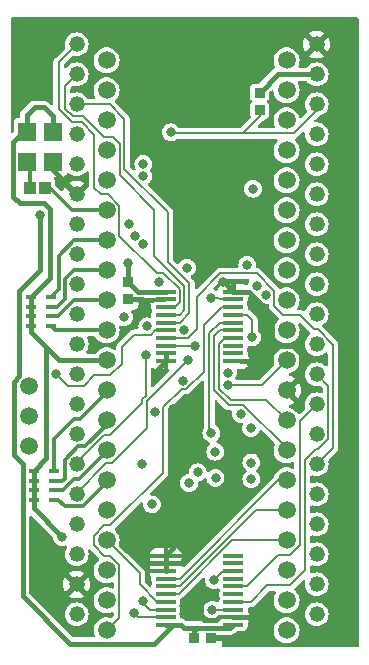
<source format=gbl>
G04 #@! TF.GenerationSoftware,KiCad,Pcbnew,8.0.6*
G04 #@! TF.CreationDate,2024-10-21T20:58:37-03:00*
G04 #@! TF.ProjectId,MSX_Goauld_Rev4_1,4d53585f-476f-4617-956c-645f52657634,rev?*
G04 #@! TF.SameCoordinates,Original*
G04 #@! TF.FileFunction,Copper,L4,Bot*
G04 #@! TF.FilePolarity,Positive*
%FSLAX46Y46*%
G04 Gerber Fmt 4.6, Leading zero omitted, Abs format (unit mm)*
G04 Created by KiCad (PCBNEW 8.0.6) date 2024-10-21 20:58:37*
%MOMM*%
%LPD*%
G01*
G04 APERTURE LIST*
G04 #@! TA.AperFunction,ComponentPad*
%ADD10C,1.320800*%
G04 #@! TD*
G04 #@! TA.AperFunction,ComponentPad*
%ADD11C,1.500000*%
G04 #@! TD*
G04 #@! TA.AperFunction,SMDPad,CuDef*
%ADD12R,1.500000X1.600000*%
G04 #@! TD*
G04 #@! TA.AperFunction,SMDPad,CuDef*
%ADD13R,0.810000X0.860000*%
G04 #@! TD*
G04 #@! TA.AperFunction,SMDPad,CuDef*
%ADD14O,1.740000X0.360000*%
G04 #@! TD*
G04 #@! TA.AperFunction,SMDPad,CuDef*
%ADD15R,1.000000X1.016000*%
G04 #@! TD*
G04 #@! TA.AperFunction,SMDPad,CuDef*
%ADD16R,0.860000X0.810000*%
G04 #@! TD*
G04 #@! TA.AperFunction,SMDPad,CuDef*
%ADD17R,0.900000X0.400000*%
G04 #@! TD*
G04 #@! TA.AperFunction,ViaPad*
%ADD18C,0.800000*%
G04 #@! TD*
G04 #@! TA.AperFunction,Conductor*
%ADD19C,0.450000*%
G04 #@! TD*
G04 #@! TA.AperFunction,Conductor*
%ADD20C,0.359800*%
G04 #@! TD*
G04 #@! TA.AperFunction,Conductor*
%ADD21C,0.600000*%
G04 #@! TD*
G04 #@! TA.AperFunction,Conductor*
%ADD22C,0.200000*%
G04 #@! TD*
G04 #@! TA.AperFunction,Conductor*
%ADD23C,0.300000*%
G04 #@! TD*
G04 #@! TA.AperFunction,Conductor*
%ADD24C,0.350000*%
G04 #@! TD*
G04 APERTURE END LIST*
D10*
X178059000Y-124206000D03*
X178059000Y-121666000D03*
X178059000Y-119126000D03*
X178059000Y-116586000D03*
X178059000Y-114046000D03*
X178059000Y-111506000D03*
X178059000Y-108966000D03*
X178059000Y-106426000D03*
X178059000Y-103886000D03*
X178059000Y-101346000D03*
X178059000Y-98806000D03*
X178059000Y-96266000D03*
X178059000Y-93726000D03*
X178059000Y-91186000D03*
X178059000Y-88646000D03*
X178059000Y-86106000D03*
X178059000Y-83566000D03*
X178059000Y-81026000D03*
X178059000Y-78486000D03*
X178059000Y-75946000D03*
X157739000Y-75946000D03*
X157739000Y-78486000D03*
X157739000Y-81026000D03*
X157739000Y-83566000D03*
X157739000Y-86106000D03*
X157739000Y-88646000D03*
X157739000Y-91186000D03*
X157739000Y-93726000D03*
X157739000Y-96266000D03*
X157739000Y-98806000D03*
X157739000Y-101346000D03*
X157739000Y-103886000D03*
X157739000Y-106426000D03*
X157739000Y-108966000D03*
X157739000Y-111506000D03*
X157739000Y-114046000D03*
X157739000Y-116586000D03*
X157739000Y-119126000D03*
X157739000Y-121666000D03*
X157739000Y-124206000D03*
D11*
X153670000Y-104902000D03*
X153670000Y-107442000D03*
X153670000Y-109982000D03*
X160274000Y-77302900D03*
X160274000Y-79842900D03*
X160274000Y-82382900D03*
X160274000Y-84922900D03*
X160274000Y-87462900D03*
X160274000Y-90002900D03*
X160274000Y-92542900D03*
X160274000Y-95082900D03*
X160274000Y-97622900D03*
X160274000Y-100162900D03*
X160274000Y-102702900D03*
X160274000Y-105242900D03*
X160274000Y-107782900D03*
X160274000Y-110322900D03*
X160274000Y-112862900D03*
X160274000Y-115402900D03*
X160274000Y-117942900D03*
X160274000Y-120482900D03*
X160274000Y-123022900D03*
X160274000Y-125562900D03*
X175514000Y-125562900D03*
X175514000Y-123022900D03*
X175514000Y-120482900D03*
X175514000Y-117942900D03*
X175514000Y-115402900D03*
X175514000Y-112862900D03*
X175514000Y-110322900D03*
X175514000Y-107782900D03*
X175514000Y-105242900D03*
X175514000Y-102702900D03*
X175514000Y-100162900D03*
X175514000Y-97622900D03*
X175514000Y-95082900D03*
X175514000Y-92542900D03*
X175514000Y-90002900D03*
X175514000Y-87462900D03*
X175514000Y-84922900D03*
X175514000Y-82382900D03*
X175514000Y-79842900D03*
X175514000Y-77302900D03*
D12*
X155710000Y-83326000D03*
X155710000Y-85866000D03*
X153510000Y-85866000D03*
X153510000Y-83326000D03*
D13*
X169152000Y-126238000D03*
X167652000Y-126238000D03*
D14*
X171018000Y-96892000D03*
X171018000Y-97542000D03*
X171018000Y-98192000D03*
X171018000Y-98842000D03*
X171018000Y-99502000D03*
X171018000Y-100152000D03*
X171018000Y-100802000D03*
X171018000Y-101452000D03*
X171018000Y-102102000D03*
X171018000Y-102752000D03*
X165278000Y-102752000D03*
X165278000Y-102102000D03*
X165278000Y-101452000D03*
X165278000Y-100802000D03*
X165278000Y-100152000D03*
X165278000Y-99502000D03*
X165278000Y-98842000D03*
X165278000Y-98192000D03*
X165278000Y-97542000D03*
X165278000Y-96892000D03*
D15*
X155082000Y-88138000D03*
X153782000Y-88138000D03*
D14*
X165278000Y-125104000D03*
X165278000Y-124454000D03*
X165278000Y-123804000D03*
X165278000Y-123154000D03*
X165278000Y-122494000D03*
X165278000Y-121844000D03*
X165278000Y-121194000D03*
X165278000Y-120544000D03*
X165278000Y-119894000D03*
X165278000Y-119244000D03*
X171018000Y-119244000D03*
X171018000Y-119894000D03*
X171018000Y-120544000D03*
X171018000Y-121194000D03*
X171018000Y-121844000D03*
X171018000Y-122494000D03*
X171018000Y-123154000D03*
X171018000Y-123804000D03*
X171018000Y-124454000D03*
X171018000Y-125104000D03*
D16*
X162052000Y-97536000D03*
X162052000Y-96036000D03*
D17*
X153836000Y-99752000D03*
X153836000Y-98952000D03*
X153836000Y-98152000D03*
X153836000Y-97352000D03*
X155536000Y-97352000D03*
X155536000Y-98152000D03*
X155536000Y-98952000D03*
X155536000Y-99752000D03*
X154090000Y-114484000D03*
X154090000Y-113684000D03*
X154090000Y-112884000D03*
X154090000Y-112084000D03*
X155790000Y-112084000D03*
X155790000Y-112884000D03*
X155790000Y-113684000D03*
X155790000Y-114484000D03*
D16*
X173228000Y-80022000D03*
X173228000Y-81522000D03*
D18*
X154623000Y-90424000D03*
X172529100Y-102950500D03*
X165920800Y-106807900D03*
X170140900Y-96083400D03*
X163317900Y-97756400D03*
X164592000Y-103738100D03*
X166916300Y-123080800D03*
X156512642Y-117650642D03*
X162052000Y-94488000D03*
X171635000Y-107231300D03*
X172521900Y-111346700D03*
X163379800Y-86086600D03*
X163733000Y-99819200D03*
X167073400Y-94856900D03*
X169150400Y-108876200D03*
X163374200Y-87088400D03*
X164106300Y-114895400D03*
X166840100Y-100115200D03*
X172499100Y-108408600D03*
X169107900Y-97424000D03*
X163390600Y-92849200D03*
X172535800Y-112754400D03*
X162182700Y-91150200D03*
X172189700Y-94622600D03*
X163393200Y-123057700D03*
X162677300Y-92141700D03*
X170529600Y-104785300D03*
X162631300Y-124130600D03*
X172974700Y-96378800D03*
X173741200Y-97138700D03*
X172604200Y-100752500D03*
X167781100Y-101452000D03*
X156018000Y-103886000D03*
X169237600Y-123804000D03*
X169339900Y-121321700D03*
X170538800Y-103727600D03*
X167997100Y-112176200D03*
X169498000Y-112652800D03*
X163248700Y-111477900D03*
X167269100Y-113085600D03*
X163614375Y-102250325D03*
X164358900Y-107078000D03*
X166731100Y-104406300D03*
X169484100Y-110428100D03*
X167185500Y-102643300D03*
X164741600Y-96057100D03*
X172656900Y-88171200D03*
X165706300Y-83388900D03*
X161744725Y-99037275D03*
D19*
X165926400Y-125104000D02*
X166574700Y-125104000D01*
X166831600Y-125360900D02*
X167894000Y-125360900D01*
X152888887Y-96793113D02*
X152888887Y-104021412D01*
X167894000Y-125360900D02*
X170761100Y-125360900D01*
X164292500Y-126737900D02*
X165926400Y-125104000D01*
X165278000Y-125104000D02*
X165926400Y-125104000D01*
X157217900Y-126737900D02*
X164292500Y-126737900D01*
X152400000Y-104510299D02*
X152400000Y-110744000D01*
X173228000Y-80022000D02*
X174764000Y-78486000D01*
X152888887Y-104021412D02*
X152400000Y-104510299D01*
X167652000Y-126238000D02*
X167652000Y-125602900D01*
X166574700Y-125104000D02*
X166831600Y-125360900D01*
X170761100Y-125360900D02*
X171018000Y-125104000D01*
X153162000Y-111506000D02*
X153162000Y-122682000D01*
X152400000Y-110744000D02*
X153162000Y-111506000D01*
X153162000Y-122682000D02*
X157217900Y-126737900D01*
X167652000Y-125602900D02*
X167894000Y-125360900D01*
X174764000Y-78486000D02*
X178059000Y-78486000D01*
X154623000Y-95059000D02*
X152888887Y-96793113D01*
X154623000Y-90424000D02*
X154623000Y-95059000D01*
X165278000Y-119244000D02*
X165278000Y-119894000D01*
X165278000Y-102102000D02*
X165278000Y-102752000D01*
X164592000Y-103738100D02*
X164592000Y-103447600D01*
X171018000Y-96892000D02*
X172314700Y-96892000D01*
X174273000Y-98850300D02*
X174273000Y-101500000D01*
X168534000Y-124698500D02*
X169535800Y-124698500D01*
X176048900Y-101500000D02*
X174273000Y-101500000D01*
D20*
X171018000Y-124454000D02*
X170973200Y-124409200D01*
D19*
X155710000Y-85612000D02*
X155710000Y-86617000D01*
X163317900Y-97756400D02*
X163103500Y-97542000D01*
D20*
X171018000Y-102752000D02*
X171643800Y-102752000D01*
D19*
X169152000Y-126238000D02*
X172212000Y-126238000D01*
D20*
X165278000Y-97542000D02*
X165233200Y-97586800D01*
D19*
X176726300Y-104030600D02*
X176726300Y-102177400D01*
X157739000Y-88646000D02*
X157728000Y-88646000D01*
X163284300Y-97790000D02*
X163317900Y-97756400D01*
X165278000Y-119894000D02*
X165278000Y-120544000D01*
X172720000Y-124926200D02*
X172720000Y-125730000D01*
X175514000Y-105242900D02*
X176726300Y-104030600D01*
X170209400Y-96083400D02*
X170140900Y-96083400D01*
X165920800Y-118601200D02*
X165920800Y-106807900D01*
X172314700Y-96892000D02*
X174273000Y-98850300D01*
X166916300Y-123080800D02*
X168534000Y-124698500D01*
X164592000Y-103447600D02*
X164880800Y-103158800D01*
X163103500Y-97542000D02*
X162312000Y-97542000D01*
X172330600Y-102752000D02*
X172529100Y-102950500D01*
X163317900Y-97756400D02*
X163487500Y-97586800D01*
X165278000Y-102752000D02*
X165278000Y-102761600D01*
X155710000Y-86617000D02*
X157739000Y-88646000D01*
X162312000Y-97542000D02*
X162306000Y-97536000D01*
X172720000Y-125730000D02*
X172339000Y-126111000D01*
X171643800Y-102752000D02*
X172330600Y-102752000D01*
X169535800Y-124698500D02*
X169825100Y-124409200D01*
X172247800Y-124454000D02*
X172720000Y-124926200D01*
X165278000Y-119244000D02*
X165920800Y-118601200D01*
X172822500Y-102950500D02*
X172529100Y-102950500D01*
X172212000Y-126238000D02*
X172339000Y-126111000D01*
X165278000Y-102761600D02*
X164880800Y-103158800D01*
X176726300Y-102177400D02*
X176048900Y-101500000D01*
X171018000Y-124454000D02*
X172247800Y-124454000D01*
X163487500Y-97586800D02*
X164085100Y-97586800D01*
X174273000Y-101500000D02*
X172822500Y-102950500D01*
X171018000Y-96892000D02*
X170209400Y-96083400D01*
D20*
X165233200Y-97586800D02*
X164085100Y-97586800D01*
X170973200Y-124409200D02*
X169825100Y-124409200D01*
D19*
X154090000Y-112084000D02*
X154090000Y-112242000D01*
X153836000Y-100260000D02*
X155185000Y-101609000D01*
X152335000Y-84247000D02*
X152335000Y-88835000D01*
X153510000Y-81948000D02*
X154178000Y-81280000D01*
X162908000Y-96892000D02*
X165278000Y-96892000D01*
X153836000Y-97352000D02*
X153836000Y-100260000D01*
X152335000Y-88835000D02*
X152908000Y-89408000D01*
X162052000Y-94488000D02*
X162052000Y-95782000D01*
X155185000Y-110989000D02*
X155185000Y-101609000D01*
X154178000Y-81280000D02*
X154940000Y-81280000D01*
X155710000Y-82050000D02*
X155710000Y-83072000D01*
X153510000Y-83072000D02*
X152335000Y-84247000D01*
X154090000Y-115228000D02*
X156512642Y-117650642D01*
X155185000Y-101609000D02*
X156278900Y-102702900D01*
X154090000Y-112084000D02*
X155185000Y-110989000D01*
X153836000Y-97352000D02*
X155448000Y-95740000D01*
X154090000Y-112084000D02*
X154090000Y-114484000D01*
X154940000Y-81280000D02*
X155710000Y-82050000D01*
X155448000Y-89916000D02*
X154940000Y-89408000D01*
X156278900Y-102702900D02*
X160274000Y-102702900D01*
X154940000Y-89408000D02*
X152908000Y-89408000D01*
X153510000Y-83072000D02*
X153510000Y-81948000D01*
X162306000Y-96290000D02*
X162908000Y-96892000D01*
X155448000Y-95740000D02*
X155448000Y-89916000D01*
X154090000Y-114484000D02*
X154090000Y-115228000D01*
D21*
X160274000Y-120674000D02*
X160274000Y-120772054D01*
D22*
X171018000Y-100152000D02*
X169846300Y-100152000D01*
X169403900Y-105239400D02*
X169403900Y-100594400D01*
X170605300Y-106440800D02*
X169403900Y-105239400D01*
X171855700Y-106440800D02*
X170605300Y-106440800D01*
X175514000Y-110322900D02*
X175514000Y-110099100D01*
X175514000Y-110099100D02*
X171855700Y-106440800D01*
X169403900Y-100594400D02*
X169846300Y-100152000D01*
D23*
X160274000Y-113030000D02*
X160274000Y-112862900D01*
X156140000Y-114484000D02*
X156718000Y-115062000D01*
X155956000Y-114484000D02*
X156140000Y-114484000D01*
X156718000Y-115062000D02*
X158242000Y-115062000D01*
X158242000Y-115062000D02*
X160274000Y-113030000D01*
X156572000Y-113684000D02*
X156756000Y-113500000D01*
X157897922Y-112776000D02*
X160274000Y-110399922D01*
X160274000Y-110399922D02*
X160274000Y-110322900D01*
X157480000Y-112776000D02*
X157897922Y-112776000D01*
X155956000Y-113684000D02*
X156572000Y-113684000D01*
X156756000Y-113500000D02*
X157480000Y-112776000D01*
D22*
X166449700Y-121194000D02*
X174780800Y-112862900D01*
X174780800Y-112862900D02*
X175514000Y-112862900D01*
X165278000Y-121194000D02*
X166449700Y-121194000D01*
X168961500Y-100386800D02*
X168961500Y-108687300D01*
X169846300Y-99502000D02*
X168961500Y-100386800D01*
X171018000Y-99502000D02*
X169846300Y-99502000D01*
X168961500Y-108687300D02*
X169150400Y-108876200D01*
D23*
X155790000Y-112084000D02*
X155790000Y-109386000D01*
X155790000Y-109386000D02*
X157480000Y-107696000D01*
X157480000Y-107696000D02*
X157988000Y-107696000D01*
X157988000Y-107696000D02*
X160274000Y-105410000D01*
X160274000Y-105410000D02*
X160274000Y-105242900D01*
D22*
X171018000Y-100802000D02*
X170299177Y-100802000D01*
X169827900Y-101273277D02*
X169827900Y-105082500D01*
X170784500Y-106039100D02*
X173770200Y-106039100D01*
X173770200Y-106039100D02*
X175514000Y-107782900D01*
X169827900Y-105082500D02*
X170784500Y-106039100D01*
X170299177Y-100802000D02*
X169827900Y-101273277D01*
X175514000Y-117942900D02*
X170933400Y-117942900D01*
X166382300Y-122494000D02*
X165278000Y-122494000D01*
X170933400Y-117942900D02*
X166382300Y-122494000D01*
X169728300Y-97424000D02*
X169846300Y-97542000D01*
X171018000Y-97542000D02*
X169846300Y-97542000D01*
X169107900Y-97424000D02*
X169728300Y-97424000D01*
D23*
X155946900Y-100162900D02*
X160274000Y-100162900D01*
X160176900Y-100260000D02*
X160274000Y-100162900D01*
X155536000Y-99752000D02*
X155946900Y-100162900D01*
D22*
X163068000Y-120736900D02*
X163068000Y-121666000D01*
X160274000Y-117942900D02*
X163068000Y-120736900D01*
X163068000Y-121666000D02*
X164556000Y-123154000D01*
X164556000Y-123154000D02*
X165278000Y-123154000D01*
D23*
X156209600Y-93826478D02*
X157493178Y-92542900D01*
X156209600Y-96678400D02*
X156209600Y-93826478D01*
X155536000Y-97352000D02*
X156209600Y-96678400D01*
X157493178Y-92542900D02*
X160274000Y-92542900D01*
X156728600Y-95847478D02*
X157493178Y-95082900D01*
X155536000Y-98152000D02*
X156086000Y-98152000D01*
X156728600Y-97509400D02*
X156728600Y-95847478D01*
X156086000Y-98152000D02*
X156728600Y-97509400D01*
X157493178Y-95082900D02*
X160274000Y-95082900D01*
D22*
X163393200Y-123261200D02*
X163393200Y-123057700D01*
X163936000Y-123804000D02*
X163393200Y-123261200D01*
X165278000Y-123804000D02*
X163936000Y-123804000D01*
D23*
X157493178Y-97622900D02*
X160274000Y-97622900D01*
X155536000Y-98952000D02*
X156164078Y-98952000D01*
X156164078Y-98952000D02*
X157493178Y-97622900D01*
D22*
X160042100Y-116672900D02*
X160590400Y-116672900D01*
X161329600Y-120051100D02*
X160530800Y-119252300D01*
X168485100Y-99738900D02*
X170032000Y-98192000D01*
X168485100Y-103649400D02*
X168485100Y-99738900D01*
X161329600Y-124507300D02*
X161329600Y-120051100D01*
X167025300Y-105109200D02*
X168485100Y-103649400D01*
X160530800Y-119252300D02*
X160092000Y-119252300D01*
X165060600Y-112202700D02*
X165060600Y-106667900D01*
X159186700Y-118347000D02*
X159186700Y-117528300D01*
X165060600Y-106667900D02*
X166619300Y-105109200D01*
X166619300Y-105109200D02*
X167025300Y-105109200D01*
X160590400Y-116672900D02*
X165060600Y-112202700D01*
X159186700Y-117528300D02*
X160042100Y-116672900D01*
X170032000Y-98192000D02*
X171018000Y-98192000D01*
X160274000Y-125562900D02*
X161329600Y-124507300D01*
X160092000Y-119252300D02*
X159186700Y-118347000D01*
X175514000Y-102702900D02*
X173431600Y-104785300D01*
X173431600Y-104785300D02*
X170529600Y-104785300D01*
X165278000Y-121844000D02*
X166449700Y-121844000D01*
X175514000Y-115402900D02*
X172890800Y-115402900D01*
X172890800Y-115402900D02*
X166449700Y-121844000D01*
D24*
X157312900Y-90002900D02*
X155448000Y-88138000D01*
D22*
X164106300Y-124454000D02*
X162954700Y-124454000D01*
D24*
X160274000Y-90002900D02*
X157312900Y-90002900D01*
D22*
X162954700Y-124454000D02*
X162631300Y-124130600D01*
X165278000Y-124454000D02*
X164106300Y-124454000D01*
X172604200Y-99256500D02*
X172189700Y-98842000D01*
X172604200Y-100752500D02*
X172604200Y-99256500D01*
X171018000Y-98842000D02*
X172189700Y-98842000D01*
X167151200Y-100816900D02*
X166464600Y-100816900D01*
X178153200Y-100076000D02*
X177864400Y-100076000D01*
X179444500Y-110120500D02*
X179444500Y-101367300D01*
X169886700Y-95341400D02*
X167894000Y-97334100D01*
X172978500Y-95341400D02*
X169886700Y-95341400D01*
X175242300Y-98892900D02*
X174462300Y-98112900D01*
X174462300Y-98112900D02*
X174462300Y-96825200D01*
X177864400Y-100076000D02*
X176681300Y-98892900D01*
X179444500Y-101367300D02*
X178153200Y-100076000D01*
X167894000Y-100074100D02*
X167151200Y-100816900D01*
X167894000Y-97334100D02*
X167894000Y-100074100D01*
X176681300Y-98892900D02*
X175242300Y-98892900D01*
X166464600Y-100816900D02*
X166449700Y-100802000D01*
X174462300Y-96825200D02*
X172978500Y-95341400D01*
X166449700Y-100802000D02*
X165278000Y-100802000D01*
X178059000Y-111506000D02*
X179444500Y-110120500D01*
X165437400Y-90145200D02*
X165437400Y-94346700D01*
X166449700Y-99502000D02*
X165278000Y-99502000D01*
X167268300Y-98683400D02*
X166449700Y-99502000D01*
X161774800Y-82272800D02*
X161774800Y-86482600D01*
X160528000Y-81026000D02*
X161774800Y-82272800D01*
X165437400Y-94346700D02*
X167268300Y-96177600D01*
X157739000Y-81026000D02*
X160528000Y-81026000D01*
X167268300Y-96177600D02*
X167268300Y-98683400D01*
X161774800Y-86482600D02*
X165437400Y-90145200D01*
X166449700Y-98842000D02*
X166852500Y-98439200D01*
X157396790Y-82042000D02*
X156760600Y-81405810D01*
X164291900Y-89954300D02*
X161374800Y-87037200D01*
X165278000Y-98842000D02*
X166449700Y-98842000D01*
X158242000Y-82042000D02*
X157396790Y-82042000D01*
X161374800Y-87037200D02*
X161374800Y-84412800D01*
X166852500Y-98439200D02*
X166852500Y-96427400D01*
X160782000Y-83820000D02*
X160020000Y-83820000D01*
X156760600Y-81405810D02*
X156760600Y-79464400D01*
X166852500Y-96427400D02*
X164291900Y-93866800D01*
X161374800Y-84412800D02*
X160782000Y-83820000D01*
X160020000Y-83820000D02*
X158242000Y-82042000D01*
X156760600Y-79464400D02*
X157739000Y-78486000D01*
X164291900Y-93866800D02*
X164291900Y-89954300D01*
X156210000Y-77470000D02*
X156215000Y-77470000D01*
X159224000Y-83589686D02*
X158184314Y-82550000D01*
X156215000Y-77470000D02*
X157739000Y-75946000D01*
X159224000Y-88104000D02*
X159224000Y-83589686D01*
X164548000Y-95329500D02*
X161355250Y-92136750D01*
X166449700Y-96692400D02*
X165086800Y-95329500D01*
X156210000Y-81429986D02*
X156210000Y-77470000D01*
X159766000Y-88646000D02*
X159224000Y-88104000D01*
X166047700Y-98192000D02*
X166449700Y-97790000D01*
X166449700Y-97790000D02*
X166449700Y-96692400D01*
X160402025Y-88646000D02*
X159766000Y-88646000D01*
X165278000Y-98192000D02*
X166047700Y-98192000D01*
X158184314Y-82550000D02*
X157330014Y-82550000D01*
X165086800Y-95329500D02*
X164548000Y-95329500D01*
X161355250Y-92136750D02*
X161355250Y-89599225D01*
X161355250Y-89599225D02*
X160402025Y-88646000D01*
X157330014Y-82550000D02*
X156210000Y-81429986D01*
X165278000Y-101452000D02*
X167781100Y-101452000D01*
X161544000Y-102977400D02*
X161544000Y-101600000D01*
X164390150Y-100152000D02*
X165278000Y-100152000D01*
X156018000Y-103886000D02*
X156994200Y-104862200D01*
X161544000Y-101600000D02*
X162624800Y-100519200D01*
X156994200Y-104862200D02*
X158334500Y-104862200D01*
X158334500Y-104862200D02*
X159223800Y-103972900D01*
X164022950Y-100519200D02*
X164390150Y-100152000D01*
X159223800Y-103972900D02*
X160548500Y-103972900D01*
X160548500Y-103972900D02*
X161544000Y-102977400D01*
X162624800Y-100519200D02*
X164022950Y-100519200D01*
X176627600Y-107857400D02*
X176627600Y-118351000D01*
X175765700Y-119212900D02*
X174820800Y-119212900D01*
X174820800Y-119212900D02*
X172189700Y-121844000D01*
X176627600Y-118351000D02*
X175765700Y-119212900D01*
X171018000Y-121844000D02*
X172189700Y-121844000D01*
X178059000Y-106426000D02*
X176627600Y-107857400D01*
X171018000Y-123804000D02*
X169237600Y-123804000D01*
X171018000Y-120544000D02*
X170117600Y-120544000D01*
X170117600Y-120544000D02*
X169339900Y-121321700D01*
X179032000Y-109382900D02*
X178178900Y-110236000D01*
X177964500Y-110236000D02*
X177063800Y-111136700D01*
X177063800Y-111136700D02*
X177063800Y-120478800D01*
X178178900Y-110236000D02*
X177964500Y-110236000D01*
X172471500Y-123154000D02*
X171018000Y-123154000D01*
X173872600Y-121752900D02*
X172471500Y-123154000D01*
X177063800Y-120478800D02*
X175789700Y-121752900D01*
X179032000Y-104859000D02*
X179032000Y-109382900D01*
X175789700Y-121752900D02*
X173872600Y-121752900D01*
X178059000Y-103886000D02*
X179032000Y-104859000D01*
X163257100Y-106325300D02*
X160598000Y-108984400D01*
X163576000Y-105687114D02*
X163257100Y-106006014D01*
X157739000Y-111311300D02*
X157739000Y-111506000D01*
X163576000Y-102288700D02*
X163576000Y-105687114D01*
X163257100Y-106006014D02*
X163257100Y-106325300D01*
X160065900Y-108984400D02*
X157739000Y-111311300D01*
X163614375Y-102250325D02*
X163576000Y-102288700D01*
X160598000Y-108984400D02*
X160065900Y-108984400D01*
X160734000Y-111375800D02*
X163657100Y-108452700D01*
X157739000Y-113898600D02*
X160261800Y-111375800D01*
X160261800Y-111375800D02*
X160734000Y-111375800D01*
X163657100Y-106171700D02*
X167185500Y-102643300D01*
X163657100Y-108452700D02*
X163657100Y-106171700D01*
X157739000Y-114046000D02*
X157739000Y-113898600D01*
X170434000Y-83483000D02*
X168910000Y-83483000D01*
D23*
X173482000Y-81522000D02*
X173482000Y-81705000D01*
D22*
X168910000Y-83483000D02*
X165800400Y-83483000D01*
X176105000Y-83483000D02*
X171704000Y-83483000D01*
X173228000Y-82042000D02*
X173228000Y-81522000D01*
X178059000Y-81529000D02*
X176105000Y-83483000D01*
X178059000Y-81026000D02*
X178059000Y-81529000D01*
X165800400Y-83483000D02*
X165706300Y-83388900D01*
X171704000Y-83483000D02*
X170434000Y-83483000D01*
X171704000Y-83483000D02*
X171787000Y-83483000D01*
X171787000Y-83483000D02*
X173228000Y-82042000D01*
D23*
X158431904Y-109982000D02*
X160274000Y-108139904D01*
X156718000Y-111098078D02*
X157834078Y-109982000D01*
X156718000Y-112706000D02*
X156718000Y-111098078D01*
X155790000Y-112884000D02*
X156540000Y-112884000D01*
X156540000Y-112884000D02*
X156718000Y-112706000D01*
X160274000Y-108139904D02*
X160274000Y-107782900D01*
X157834078Y-109982000D02*
X158431904Y-109982000D01*
X153764000Y-85612000D02*
X153764000Y-88120000D01*
G04 #@! TA.AperFunction,Conductor*
G36*
X181553039Y-73679685D02*
G01*
X181598794Y-73732489D01*
X181610000Y-73784000D01*
X181610000Y-126876000D01*
X181590315Y-126943039D01*
X181537511Y-126988794D01*
X181486000Y-127000000D01*
X170145412Y-127000000D01*
X170078373Y-126980315D01*
X170032618Y-126927511D01*
X170022674Y-126858353D01*
X170029230Y-126832667D01*
X170050596Y-126775379D01*
X170050598Y-126775372D01*
X170056999Y-126715844D01*
X170057000Y-126715827D01*
X170057000Y-126488000D01*
X169026000Y-126488000D01*
X168958961Y-126468315D01*
X168913206Y-126415511D01*
X168902000Y-126364000D01*
X168902000Y-126112000D01*
X168921685Y-126044961D01*
X168974489Y-125999206D01*
X169026000Y-125988000D01*
X170057000Y-125988000D01*
X170071481Y-125973519D01*
X170132804Y-125940034D01*
X170159162Y-125937200D01*
X170677617Y-125937200D01*
X170677633Y-125937201D01*
X170685229Y-125937201D01*
X170836970Y-125937201D01*
X170836971Y-125937201D01*
X170952564Y-125906226D01*
X170952566Y-125906226D01*
X170972206Y-125900963D01*
X170983544Y-125897926D01*
X171114957Y-125822055D01*
X171222255Y-125714757D01*
X171222255Y-125714756D01*
X171265395Y-125671615D01*
X171326717Y-125638133D01*
X171353073Y-125635300D01*
X171777945Y-125635300D01*
X171777947Y-125635300D01*
X171913074Y-125599093D01*
X171975764Y-125562899D01*
X174407982Y-125562899D01*
X174407982Y-125562900D01*
X174426813Y-125766129D01*
X174426814Y-125766131D01*
X174482667Y-125962435D01*
X174482672Y-125962446D01*
X174573639Y-126145133D01*
X174573650Y-126145151D01*
X174696640Y-126308017D01*
X174696642Y-126308020D01*
X174758050Y-126364000D01*
X174847475Y-126445521D01*
X175021005Y-126552967D01*
X175211324Y-126626696D01*
X175411950Y-126664200D01*
X175411952Y-126664200D01*
X175616048Y-126664200D01*
X175616050Y-126664200D01*
X175816676Y-126626696D01*
X176006995Y-126552967D01*
X176180525Y-126445521D01*
X176331357Y-126308020D01*
X176454355Y-126145143D01*
X176545331Y-125962440D01*
X176601186Y-125766130D01*
X176620018Y-125562900D01*
X176601186Y-125359670D01*
X176545331Y-125163360D01*
X176478577Y-125029300D01*
X176454360Y-124980666D01*
X176454357Y-124980661D01*
X176454355Y-124980657D01*
X176454352Y-124980653D01*
X176454349Y-124980648D01*
X176331359Y-124817782D01*
X176331357Y-124817779D01*
X176180526Y-124680280D01*
X176180525Y-124680279D01*
X176008586Y-124573818D01*
X176006997Y-124572834D01*
X176006995Y-124572833D01*
X175816676Y-124499104D01*
X175616050Y-124461600D01*
X175411950Y-124461600D01*
X175211324Y-124499104D01*
X175211321Y-124499104D01*
X175211321Y-124499105D01*
X175021002Y-124572834D01*
X174847473Y-124680280D01*
X174696642Y-124817779D01*
X174696640Y-124817782D01*
X174573650Y-124980648D01*
X174573639Y-124980666D01*
X174482672Y-125163353D01*
X174482667Y-125163364D01*
X174426814Y-125359668D01*
X174426813Y-125359670D01*
X174407982Y-125562899D01*
X171975764Y-125562899D01*
X172034226Y-125529146D01*
X172133146Y-125430226D01*
X172203093Y-125309074D01*
X172239300Y-125173947D01*
X172239300Y-125034053D01*
X172224917Y-124980374D01*
X172226580Y-124910526D01*
X172241591Y-124879391D01*
X172310603Y-124776109D01*
X172310609Y-124776098D01*
X172361868Y-124652347D01*
X172361870Y-124652342D01*
X172365518Y-124634000D01*
X171989762Y-124634000D01*
X171927760Y-124617386D01*
X171913076Y-124608907D01*
X171847079Y-124591223D01*
X171781955Y-124573774D01*
X171722296Y-124537410D01*
X171691767Y-124474563D01*
X171700062Y-124405188D01*
X171744547Y-124351310D01*
X171781954Y-124334226D01*
X171913074Y-124299093D01*
X171927760Y-124290613D01*
X171989762Y-124274000D01*
X172365518Y-124274000D01*
X172365518Y-124273999D01*
X172361870Y-124255657D01*
X172361868Y-124255652D01*
X172341302Y-124206000D01*
X177042405Y-124206000D01*
X177061938Y-124404326D01*
X177119790Y-124595038D01*
X177213730Y-124770788D01*
X177213732Y-124770791D01*
X177340158Y-124924841D01*
X177494208Y-125051267D01*
X177494211Y-125051269D01*
X177669961Y-125145209D01*
X177669963Y-125145209D01*
X177669966Y-125145211D01*
X177860672Y-125203061D01*
X177860671Y-125203061D01*
X177878453Y-125204812D01*
X178059000Y-125222595D01*
X178257328Y-125203061D01*
X178448034Y-125145211D01*
X178623790Y-125051268D01*
X178777841Y-124924841D01*
X178904268Y-124770790D01*
X178998211Y-124595034D01*
X179056061Y-124404328D01*
X179075595Y-124206000D01*
X179056061Y-124007672D01*
X178998211Y-123816966D01*
X178998209Y-123816963D01*
X178998209Y-123816961D01*
X178904269Y-123641211D01*
X178904267Y-123641208D01*
X178777841Y-123487158D01*
X178623791Y-123360732D01*
X178623788Y-123360730D01*
X178448038Y-123266790D01*
X178313363Y-123225937D01*
X178257328Y-123208939D01*
X178257326Y-123208938D01*
X178257328Y-123208938D01*
X178059000Y-123189405D01*
X177860673Y-123208938D01*
X177669961Y-123266790D01*
X177494211Y-123360730D01*
X177494208Y-123360732D01*
X177340158Y-123487158D01*
X177213732Y-123641208D01*
X177213730Y-123641211D01*
X177119790Y-123816961D01*
X177061938Y-124007673D01*
X177042405Y-124206000D01*
X172341302Y-124206000D01*
X172310609Y-124131901D01*
X172310604Y-124131892D01*
X172241590Y-124028606D01*
X172220712Y-123961929D01*
X172224916Y-123927628D01*
X172239300Y-123873947D01*
X172239300Y-123734053D01*
X172239300Y-123729300D01*
X172258985Y-123662261D01*
X172311789Y-123616506D01*
X172363300Y-123605300D01*
X172530913Y-123605300D01*
X172530915Y-123605300D01*
X172645695Y-123574544D01*
X172748605Y-123515130D01*
X174023215Y-122240518D01*
X174084538Y-122207034D01*
X174110896Y-122204200D01*
X174503183Y-122204200D01*
X174570222Y-122223885D01*
X174615977Y-122276689D01*
X174625921Y-122345847D01*
X174602137Y-122402926D01*
X174573650Y-122440648D01*
X174573639Y-122440666D01*
X174482672Y-122623353D01*
X174482667Y-122623364D01*
X174426814Y-122819668D01*
X174426813Y-122819670D01*
X174407982Y-123022899D01*
X174407982Y-123022900D01*
X174426813Y-123226129D01*
X174426814Y-123226131D01*
X174482667Y-123422435D01*
X174482672Y-123422446D01*
X174573639Y-123605133D01*
X174573650Y-123605151D01*
X174696640Y-123768017D01*
X174696642Y-123768020D01*
X174812838Y-123873945D01*
X174847475Y-123905521D01*
X175021005Y-124012967D01*
X175211324Y-124086696D01*
X175411950Y-124124200D01*
X175411952Y-124124200D01*
X175616048Y-124124200D01*
X175616050Y-124124200D01*
X175816676Y-124086696D01*
X176006995Y-124012967D01*
X176180525Y-123905521D01*
X176331357Y-123768020D01*
X176454355Y-123605143D01*
X176545331Y-123422440D01*
X176601186Y-123226130D01*
X176620018Y-123022900D01*
X176601186Y-122819670D01*
X176545331Y-122623360D01*
X176467270Y-122466593D01*
X176454360Y-122440666D01*
X176454357Y-122440661D01*
X176454355Y-122440657D01*
X176454352Y-122440653D01*
X176454349Y-122440648D01*
X176331359Y-122277782D01*
X176331357Y-122277779D01*
X176203276Y-122161018D01*
X176166994Y-122101307D01*
X176168755Y-122031459D01*
X176199131Y-121981702D01*
X176863766Y-121317068D01*
X176925088Y-121283584D01*
X176994780Y-121288568D01*
X177050713Y-121330440D01*
X177075130Y-121395904D01*
X177070107Y-121440744D01*
X177061938Y-121467671D01*
X177042405Y-121666000D01*
X177061938Y-121864326D01*
X177119790Y-122055038D01*
X177213730Y-122230788D01*
X177213732Y-122230791D01*
X177340158Y-122384841D01*
X177494208Y-122511267D01*
X177494211Y-122511269D01*
X177669961Y-122605209D01*
X177669963Y-122605209D01*
X177669966Y-122605211D01*
X177860672Y-122663061D01*
X177860671Y-122663061D01*
X177878453Y-122664812D01*
X178059000Y-122682595D01*
X178257328Y-122663061D01*
X178448034Y-122605211D01*
X178623790Y-122511268D01*
X178777841Y-122384841D01*
X178904268Y-122230790D01*
X178973478Y-122101307D01*
X178998209Y-122055038D01*
X178998209Y-122055037D01*
X178998211Y-122055034D01*
X179056061Y-121864328D01*
X179075595Y-121666000D01*
X179056061Y-121467672D01*
X178998211Y-121276966D01*
X178998209Y-121276963D01*
X178998209Y-121276961D01*
X178904269Y-121101211D01*
X178904267Y-121101208D01*
X178777841Y-120947158D01*
X178623791Y-120820732D01*
X178623788Y-120820730D01*
X178448038Y-120726790D01*
X178313996Y-120686129D01*
X178257328Y-120668939D01*
X178257326Y-120668938D01*
X178257328Y-120668938D01*
X178059000Y-120649405D01*
X177860673Y-120668938D01*
X177750244Y-120702437D01*
X177669966Y-120726789D01*
X177669964Y-120726790D01*
X177664136Y-120728558D01*
X177663687Y-120727080D01*
X177601739Y-120733726D01*
X177539267Y-120702437D01*
X177503628Y-120642340D01*
X177504009Y-120579606D01*
X177505077Y-120575619D01*
X177515100Y-120538215D01*
X177515100Y-120419386D01*
X177515100Y-120185427D01*
X177534785Y-120118388D01*
X177587589Y-120072633D01*
X177656747Y-120062689D01*
X177675093Y-120066766D01*
X177845267Y-120118388D01*
X177860669Y-120123060D01*
X177860671Y-120123061D01*
X177878453Y-120124812D01*
X178059000Y-120142595D01*
X178257328Y-120123061D01*
X178448034Y-120065211D01*
X178452753Y-120062689D01*
X178623788Y-119971269D01*
X178623791Y-119971267D01*
X178632711Y-119963947D01*
X178777841Y-119844841D01*
X178904268Y-119690790D01*
X178986162Y-119537576D01*
X178998209Y-119515038D01*
X178998209Y-119515037D01*
X178998211Y-119515034D01*
X179056061Y-119324328D01*
X179075595Y-119126000D01*
X179056061Y-118927672D01*
X178998211Y-118736966D01*
X178998209Y-118736963D01*
X178998209Y-118736961D01*
X178904269Y-118561211D01*
X178904267Y-118561208D01*
X178777841Y-118407158D01*
X178623791Y-118280732D01*
X178623788Y-118280730D01*
X178448038Y-118186790D01*
X178262200Y-118130417D01*
X178257328Y-118128939D01*
X178257326Y-118128938D01*
X178257328Y-118128938D01*
X178059000Y-118109405D01*
X177860673Y-118128938D01*
X177675095Y-118185233D01*
X177605228Y-118185856D01*
X177546115Y-118148608D01*
X177516524Y-118085314D01*
X177515100Y-118066572D01*
X177515100Y-117645427D01*
X177534785Y-117578388D01*
X177587589Y-117532633D01*
X177656747Y-117522689D01*
X177675093Y-117526766D01*
X177845267Y-117578388D01*
X177860669Y-117583060D01*
X177860671Y-117583061D01*
X177878453Y-117584812D01*
X178059000Y-117602595D01*
X178257328Y-117583061D01*
X178448034Y-117525211D01*
X178452753Y-117522689D01*
X178623788Y-117431269D01*
X178623791Y-117431267D01*
X178709831Y-117360656D01*
X178777841Y-117304841D01*
X178904268Y-117150790D01*
X178998211Y-116975034D01*
X179056061Y-116784328D01*
X179075595Y-116586000D01*
X179056061Y-116387672D01*
X178998211Y-116196966D01*
X178998209Y-116196963D01*
X178998209Y-116196961D01*
X178904269Y-116021211D01*
X178904267Y-116021208D01*
X178777841Y-115867158D01*
X178623791Y-115740732D01*
X178623788Y-115740730D01*
X178448038Y-115646790D01*
X178313996Y-115606129D01*
X178257328Y-115588939D01*
X178257326Y-115588938D01*
X178257328Y-115588938D01*
X178059000Y-115569405D01*
X177860673Y-115588938D01*
X177675095Y-115645233D01*
X177605228Y-115645856D01*
X177546115Y-115608608D01*
X177516524Y-115545314D01*
X177515100Y-115526572D01*
X177515100Y-115105427D01*
X177534785Y-115038388D01*
X177587589Y-114992633D01*
X177656747Y-114982689D01*
X177675093Y-114986766D01*
X177845267Y-115038388D01*
X177860669Y-115043060D01*
X177860671Y-115043061D01*
X177878453Y-115044812D01*
X178059000Y-115062595D01*
X178257328Y-115043061D01*
X178448034Y-114985211D01*
X178452753Y-114982689D01*
X178616058Y-114895401D01*
X178623790Y-114891268D01*
X178777841Y-114764841D01*
X178904268Y-114610790D01*
X178998211Y-114435034D01*
X179056061Y-114244328D01*
X179075595Y-114046000D01*
X179056061Y-113847672D01*
X178998211Y-113656966D01*
X178998209Y-113656963D01*
X178998209Y-113656961D01*
X178904269Y-113481211D01*
X178904267Y-113481208D01*
X178777841Y-113327158D01*
X178623791Y-113200732D01*
X178623788Y-113200730D01*
X178448038Y-113106790D01*
X178313996Y-113066129D01*
X178257328Y-113048939D01*
X178257326Y-113048938D01*
X178257328Y-113048938D01*
X178059000Y-113029405D01*
X177860673Y-113048938D01*
X177675095Y-113105233D01*
X177605228Y-113105856D01*
X177546115Y-113068608D01*
X177516524Y-113005314D01*
X177515100Y-112986572D01*
X177515100Y-112565427D01*
X177534785Y-112498388D01*
X177587589Y-112452633D01*
X177656747Y-112442689D01*
X177675093Y-112446766D01*
X177799679Y-112484559D01*
X177860669Y-112503060D01*
X177860671Y-112503061D01*
X177872642Y-112504240D01*
X178059000Y-112522595D01*
X178257328Y-112503061D01*
X178448034Y-112445211D01*
X178452753Y-112442689D01*
X178623788Y-112351269D01*
X178623791Y-112351267D01*
X178777841Y-112224841D01*
X178813486Y-112181408D01*
X178904268Y-112070790D01*
X178961133Y-111964402D01*
X178998209Y-111895038D01*
X178998209Y-111895037D01*
X178998211Y-111895034D01*
X179056061Y-111704328D01*
X179075595Y-111506000D01*
X179056061Y-111307672D01*
X179040279Y-111255649D01*
X179039655Y-111185784D01*
X179071257Y-111131975D01*
X179711395Y-110491838D01*
X179711400Y-110491834D01*
X179721603Y-110481630D01*
X179721605Y-110481630D01*
X179805630Y-110397605D01*
X179865044Y-110294695D01*
X179895800Y-110179915D01*
X179895800Y-101307885D01*
X179865044Y-101193105D01*
X179805630Y-101090195D01*
X179721605Y-101006170D01*
X178574477Y-99859042D01*
X178540992Y-99797719D01*
X178545976Y-99728027D01*
X178587848Y-99672094D01*
X178603699Y-99662006D01*
X178623790Y-99651268D01*
X178777841Y-99524841D01*
X178904268Y-99370790D01*
X178992610Y-99205513D01*
X178998209Y-99195038D01*
X178998209Y-99195037D01*
X178998211Y-99195034D01*
X179056061Y-99004328D01*
X179075595Y-98806000D01*
X179056061Y-98607672D01*
X178998211Y-98416966D01*
X178998209Y-98416963D01*
X178998209Y-98416961D01*
X178904269Y-98241211D01*
X178904267Y-98241208D01*
X178777841Y-98087158D01*
X178623791Y-97960732D01*
X178623788Y-97960730D01*
X178448038Y-97866790D01*
X178293399Y-97819881D01*
X178257328Y-97808939D01*
X178257326Y-97808938D01*
X178257328Y-97808938D01*
X178059000Y-97789405D01*
X177860673Y-97808938D01*
X177669961Y-97866790D01*
X177494211Y-97960730D01*
X177494208Y-97960732D01*
X177340158Y-98087158D01*
X177213732Y-98241208D01*
X177213730Y-98241211D01*
X177119789Y-98416964D01*
X177111455Y-98444438D01*
X177073157Y-98502876D01*
X177009345Y-98531333D01*
X176940278Y-98520772D01*
X176930796Y-98515830D01*
X176855495Y-98472356D01*
X176855496Y-98472356D01*
X176817235Y-98462104D01*
X176740715Y-98441600D01*
X176740713Y-98441600D01*
X176524817Y-98441600D01*
X176457778Y-98421915D01*
X176412023Y-98369111D01*
X176402079Y-98299953D01*
X176425863Y-98242874D01*
X176454349Y-98205151D01*
X176454349Y-98205150D01*
X176454355Y-98205143D01*
X176545331Y-98022440D01*
X176601186Y-97826130D01*
X176620018Y-97622900D01*
X176601186Y-97419670D01*
X176545331Y-97223360D01*
X176463978Y-97059982D01*
X176454360Y-97040666D01*
X176454357Y-97040661D01*
X176454355Y-97040657D01*
X176454351Y-97040652D01*
X176454349Y-97040648D01*
X176331359Y-96877782D01*
X176331357Y-96877779D01*
X176180526Y-96740280D01*
X176180525Y-96740279D01*
X176031418Y-96647955D01*
X176006997Y-96632834D01*
X176006995Y-96632833D01*
X175816676Y-96559104D01*
X175616050Y-96521600D01*
X175411950Y-96521600D01*
X175211324Y-96559104D01*
X175211321Y-96559104D01*
X175211321Y-96559105D01*
X175021006Y-96632832D01*
X175020994Y-96632838D01*
X175020209Y-96633325D01*
X175019781Y-96633442D01*
X175015875Y-96635388D01*
X175015494Y-96634623D01*
X174952846Y-96651871D01*
X174886150Y-96631054D01*
X174847558Y-96589887D01*
X174823432Y-96548098D01*
X174823428Y-96548093D01*
X174541335Y-96266000D01*
X177042405Y-96266000D01*
X177061938Y-96464326D01*
X177119790Y-96655038D01*
X177213730Y-96830788D01*
X177213732Y-96830791D01*
X177340158Y-96984841D01*
X177494208Y-97111267D01*
X177494211Y-97111269D01*
X177669961Y-97205209D01*
X177669963Y-97205209D01*
X177669966Y-97205211D01*
X177860672Y-97263061D01*
X177860671Y-97263061D01*
X177878453Y-97264812D01*
X178059000Y-97282595D01*
X178257328Y-97263061D01*
X178448034Y-97205211D01*
X178623790Y-97111268D01*
X178777841Y-96984841D01*
X178904268Y-96830790D01*
X178964960Y-96717242D01*
X178998209Y-96655038D01*
X178998209Y-96655037D01*
X178998211Y-96655034D01*
X179056061Y-96464328D01*
X179075595Y-96266000D01*
X179056061Y-96067672D01*
X178998211Y-95876966D01*
X178998209Y-95876963D01*
X178998209Y-95876961D01*
X178904269Y-95701211D01*
X178904267Y-95701208D01*
X178777841Y-95547158D01*
X178623791Y-95420732D01*
X178623788Y-95420730D01*
X178448038Y-95326790D01*
X178313996Y-95286129D01*
X178257328Y-95268939D01*
X178257326Y-95268938D01*
X178257328Y-95268938D01*
X178059000Y-95249405D01*
X177860673Y-95268938D01*
X177669961Y-95326790D01*
X177494211Y-95420730D01*
X177494208Y-95420732D01*
X177340158Y-95547158D01*
X177213732Y-95701208D01*
X177213730Y-95701211D01*
X177119790Y-95876961D01*
X177061938Y-96067673D01*
X177042405Y-96266000D01*
X174541335Y-96266000D01*
X173358234Y-95082899D01*
X174407982Y-95082899D01*
X174407982Y-95082900D01*
X174426813Y-95286129D01*
X174426814Y-95286131D01*
X174482667Y-95482435D01*
X174482672Y-95482446D01*
X174573639Y-95665133D01*
X174573650Y-95665151D01*
X174696640Y-95828017D01*
X174696642Y-95828020D01*
X174783728Y-95907408D01*
X174847475Y-95965521D01*
X175021005Y-96072967D01*
X175211324Y-96146696D01*
X175411950Y-96184200D01*
X175411952Y-96184200D01*
X175616048Y-96184200D01*
X175616050Y-96184200D01*
X175816676Y-96146696D01*
X176006995Y-96072967D01*
X176180525Y-95965521D01*
X176331357Y-95828020D01*
X176454355Y-95665143D01*
X176545331Y-95482440D01*
X176601186Y-95286130D01*
X176620018Y-95082900D01*
X176614665Y-95025137D01*
X176601186Y-94879670D01*
X176601185Y-94879668D01*
X176599122Y-94872418D01*
X176545331Y-94683360D01*
X176468398Y-94528859D01*
X176454360Y-94500666D01*
X176454357Y-94500661D01*
X176454355Y-94500657D01*
X176454351Y-94500652D01*
X176454349Y-94500648D01*
X176331359Y-94337782D01*
X176331357Y-94337779D01*
X176180526Y-94200280D01*
X176180525Y-94200279D01*
X176032141Y-94108403D01*
X176006997Y-94092834D01*
X176006995Y-94092833D01*
X175816676Y-94019104D01*
X175616050Y-93981600D01*
X175411950Y-93981600D01*
X175211324Y-94019104D01*
X175211321Y-94019104D01*
X175211321Y-94019105D01*
X175021002Y-94092834D01*
X174847473Y-94200280D01*
X174696642Y-94337779D01*
X174696640Y-94337782D01*
X174573650Y-94500648D01*
X174573639Y-94500666D01*
X174482672Y-94683353D01*
X174482667Y-94683364D01*
X174426814Y-94879668D01*
X174426813Y-94879670D01*
X174407982Y-95082899D01*
X173358234Y-95082899D01*
X173255604Y-94980269D01*
X173152695Y-94920856D01*
X173152696Y-94920856D01*
X173107263Y-94908682D01*
X173037915Y-94890100D01*
X173037913Y-94890100D01*
X173030065Y-94887997D01*
X173030403Y-94886732D01*
X172974160Y-94861848D01*
X172935693Y-94803521D01*
X172931028Y-94753296D01*
X172945754Y-94622602D01*
X172945754Y-94622596D01*
X172926798Y-94454362D01*
X172926798Y-94454359D01*
X172870882Y-94294563D01*
X172870881Y-94294559D01*
X172796208Y-94175719D01*
X172780807Y-94151208D01*
X172661092Y-94031493D01*
X172637401Y-94016607D01*
X172517740Y-93941418D01*
X172517736Y-93941417D01*
X172357938Y-93885501D01*
X172189704Y-93866546D01*
X172189696Y-93866546D01*
X172021462Y-93885501D01*
X172021459Y-93885501D01*
X171861663Y-93941417D01*
X171861659Y-93941418D01*
X171718307Y-94031493D01*
X171598593Y-94151207D01*
X171508518Y-94294559D01*
X171508517Y-94294563D01*
X171452601Y-94454359D01*
X171452601Y-94454362D01*
X171433646Y-94622596D01*
X171433646Y-94622602D01*
X171448250Y-94752216D01*
X171436196Y-94821038D01*
X171388847Y-94872418D01*
X171325030Y-94890100D01*
X169946114Y-94890100D01*
X169827285Y-94890100D01*
X169750765Y-94910604D01*
X169712504Y-94920856D01*
X169609595Y-94980269D01*
X169609593Y-94980271D01*
X167931281Y-96658584D01*
X167869958Y-96692069D01*
X167800266Y-96687085D01*
X167744333Y-96645213D01*
X167719916Y-96579749D01*
X167719600Y-96570903D01*
X167719600Y-96247017D01*
X167719601Y-96247004D01*
X167719601Y-96118187D01*
X167719600Y-96118183D01*
X167688846Y-96003411D01*
X167688844Y-96003408D01*
X167688844Y-96003405D01*
X167666972Y-95965521D01*
X167648974Y-95934347D01*
X167629431Y-95900496D01*
X167541074Y-95812139D01*
X167541063Y-95812129D01*
X167428835Y-95699901D01*
X167395350Y-95638578D01*
X167400334Y-95568886D01*
X167442206Y-95512953D01*
X167450545Y-95507226D01*
X167452056Y-95506277D01*
X167544792Y-95448007D01*
X167664507Y-95328292D01*
X167754581Y-95184940D01*
X167774907Y-95126851D01*
X167810498Y-95025140D01*
X167810498Y-95025137D01*
X167829454Y-94856903D01*
X167829454Y-94856896D01*
X167810498Y-94688662D01*
X167810498Y-94688659D01*
X167754582Y-94528863D01*
X167754581Y-94528859D01*
X167664506Y-94385507D01*
X167544792Y-94265793D01*
X167401440Y-94175718D01*
X167401436Y-94175717D01*
X167241638Y-94119801D01*
X167073404Y-94100846D01*
X167073396Y-94100846D01*
X166905162Y-94119801D01*
X166905159Y-94119801D01*
X166745363Y-94175717D01*
X166745359Y-94175718D01*
X166602007Y-94265793D01*
X166482293Y-94385507D01*
X166482291Y-94385510D01*
X166423072Y-94479755D01*
X166370737Y-94526046D01*
X166301683Y-94536693D01*
X166237835Y-94508317D01*
X166230398Y-94501463D01*
X165925019Y-94196084D01*
X165891534Y-94134761D01*
X165888700Y-94108403D01*
X165888700Y-93726000D01*
X177042405Y-93726000D01*
X177061938Y-93924326D01*
X177119790Y-94115038D01*
X177213730Y-94290788D01*
X177213732Y-94290791D01*
X177340158Y-94444841D01*
X177494208Y-94571267D01*
X177494211Y-94571269D01*
X177669961Y-94665209D01*
X177669963Y-94665209D01*
X177669966Y-94665211D01*
X177860672Y-94723061D01*
X177860671Y-94723061D01*
X177878453Y-94724812D01*
X178059000Y-94742595D01*
X178257328Y-94723061D01*
X178448034Y-94665211D01*
X178464822Y-94656238D01*
X178623788Y-94571269D01*
X178623791Y-94571267D01*
X178635187Y-94561915D01*
X178777841Y-94444841D01*
X178904268Y-94290790D01*
X178965775Y-94175718D01*
X178998209Y-94115038D01*
X178998209Y-94115037D01*
X178998211Y-94115034D01*
X179056061Y-93924328D01*
X179075595Y-93726000D01*
X179056061Y-93527672D01*
X178998211Y-93336966D01*
X178998209Y-93336963D01*
X178998209Y-93336961D01*
X178904269Y-93161211D01*
X178904267Y-93161208D01*
X178777841Y-93007158D01*
X178623791Y-92880732D01*
X178623788Y-92880730D01*
X178448038Y-92786790D01*
X178313996Y-92746129D01*
X178257328Y-92728939D01*
X178257326Y-92728938D01*
X178257328Y-92728938D01*
X178059000Y-92709405D01*
X177860673Y-92728938D01*
X177669961Y-92786790D01*
X177494211Y-92880730D01*
X177494208Y-92880732D01*
X177340158Y-93007158D01*
X177213732Y-93161208D01*
X177213730Y-93161211D01*
X177119790Y-93336961D01*
X177061938Y-93527673D01*
X177042405Y-93726000D01*
X165888700Y-93726000D01*
X165888700Y-92542899D01*
X174407982Y-92542899D01*
X174407982Y-92542900D01*
X174426813Y-92746129D01*
X174426814Y-92746131D01*
X174482667Y-92942435D01*
X174482672Y-92942446D01*
X174573639Y-93125133D01*
X174573650Y-93125151D01*
X174696640Y-93288017D01*
X174696642Y-93288020D01*
X174750334Y-93336966D01*
X174847475Y-93425521D01*
X175021005Y-93532967D01*
X175211324Y-93606696D01*
X175411950Y-93644200D01*
X175411952Y-93644200D01*
X175616048Y-93644200D01*
X175616050Y-93644200D01*
X175816676Y-93606696D01*
X176006995Y-93532967D01*
X176180525Y-93425521D01*
X176331357Y-93288020D01*
X176454355Y-93125143D01*
X176545331Y-92942440D01*
X176601186Y-92746130D01*
X176620018Y-92542900D01*
X176601186Y-92339670D01*
X176545331Y-92143360D01*
X176473603Y-91999311D01*
X176454360Y-91960666D01*
X176454357Y-91960661D01*
X176454355Y-91960657D01*
X176454351Y-91960652D01*
X176454349Y-91960648D01*
X176331359Y-91797782D01*
X176331357Y-91797779D01*
X176180526Y-91660280D01*
X176180525Y-91660279D01*
X176006995Y-91552833D01*
X175816676Y-91479104D01*
X175616050Y-91441600D01*
X175411950Y-91441600D01*
X175211324Y-91479104D01*
X175211321Y-91479104D01*
X175211321Y-91479105D01*
X175021002Y-91552834D01*
X174847473Y-91660280D01*
X174696642Y-91797779D01*
X174696640Y-91797782D01*
X174573650Y-91960648D01*
X174573639Y-91960666D01*
X174482672Y-92143353D01*
X174482667Y-92143364D01*
X174426814Y-92339668D01*
X174426813Y-92339670D01*
X174407982Y-92542899D01*
X165888700Y-92542899D01*
X165888700Y-91186000D01*
X177042405Y-91186000D01*
X177061938Y-91384326D01*
X177119790Y-91575038D01*
X177213730Y-91750788D01*
X177213732Y-91750791D01*
X177340158Y-91904841D01*
X177494208Y-92031267D01*
X177494211Y-92031269D01*
X177669961Y-92125209D01*
X177669963Y-92125209D01*
X177669966Y-92125211D01*
X177860672Y-92183061D01*
X177860671Y-92183061D01*
X177878453Y-92184812D01*
X178059000Y-92202595D01*
X178257328Y-92183061D01*
X178448034Y-92125211D01*
X178472560Y-92112102D01*
X178623788Y-92031269D01*
X178623791Y-92031267D01*
X178635187Y-92021915D01*
X178777841Y-91904841D01*
X178904268Y-91750790D01*
X178998211Y-91575034D01*
X179056061Y-91384328D01*
X179075595Y-91186000D01*
X179056061Y-90987672D01*
X178998211Y-90796966D01*
X178998209Y-90796963D01*
X178998209Y-90796961D01*
X178904269Y-90621211D01*
X178904267Y-90621208D01*
X178777841Y-90467158D01*
X178623791Y-90340732D01*
X178623788Y-90340730D01*
X178448038Y-90246790D01*
X178313996Y-90206129D01*
X178257328Y-90188939D01*
X178257326Y-90188938D01*
X178257328Y-90188938D01*
X178059000Y-90169405D01*
X177860673Y-90188938D01*
X177669961Y-90246790D01*
X177494211Y-90340730D01*
X177494208Y-90340732D01*
X177340158Y-90467158D01*
X177213732Y-90621208D01*
X177213730Y-90621211D01*
X177119790Y-90796961D01*
X177061938Y-90987673D01*
X177042405Y-91186000D01*
X165888700Y-91186000D01*
X165888700Y-90214617D01*
X165888701Y-90214604D01*
X165888701Y-90085787D01*
X165888700Y-90085783D01*
X165866490Y-90002899D01*
X174407982Y-90002899D01*
X174407982Y-90002900D01*
X174426813Y-90206129D01*
X174426814Y-90206131D01*
X174482667Y-90402435D01*
X174482672Y-90402446D01*
X174573639Y-90585133D01*
X174573650Y-90585151D01*
X174696640Y-90748017D01*
X174696642Y-90748020D01*
X174750334Y-90796966D01*
X174847475Y-90885521D01*
X175021005Y-90992967D01*
X175211324Y-91066696D01*
X175411950Y-91104200D01*
X175411952Y-91104200D01*
X175616048Y-91104200D01*
X175616050Y-91104200D01*
X175816676Y-91066696D01*
X176006995Y-90992967D01*
X176180525Y-90885521D01*
X176331357Y-90748020D01*
X176454355Y-90585143D01*
X176545331Y-90402440D01*
X176601186Y-90206130D01*
X176620018Y-90002900D01*
X176618294Y-89984300D01*
X176601186Y-89799670D01*
X176601185Y-89799668D01*
X176596746Y-89784068D01*
X176545331Y-89603360D01*
X176482212Y-89476600D01*
X176454360Y-89420666D01*
X176454357Y-89420661D01*
X176454355Y-89420657D01*
X176454352Y-89420653D01*
X176454349Y-89420648D01*
X176331359Y-89257782D01*
X176331357Y-89257779D01*
X176180526Y-89120280D01*
X176180525Y-89120279D01*
X176006995Y-89012833D01*
X175816676Y-88939104D01*
X175616050Y-88901600D01*
X175411950Y-88901600D01*
X175211324Y-88939104D01*
X175211321Y-88939104D01*
X175211321Y-88939105D01*
X175021002Y-89012834D01*
X174847473Y-89120280D01*
X174696642Y-89257779D01*
X174696640Y-89257782D01*
X174573650Y-89420648D01*
X174573639Y-89420666D01*
X174482672Y-89603353D01*
X174482667Y-89603364D01*
X174426814Y-89799668D01*
X174426813Y-89799670D01*
X174407982Y-90002899D01*
X165866490Y-90002899D01*
X165857945Y-89971008D01*
X165857943Y-89971003D01*
X165842946Y-89945028D01*
X165842944Y-89945025D01*
X165798530Y-89868095D01*
X165714505Y-89784070D01*
X165714504Y-89784069D01*
X165710174Y-89779739D01*
X165710163Y-89779729D01*
X164101631Y-88171196D01*
X171900846Y-88171196D01*
X171900846Y-88171203D01*
X171919801Y-88339437D01*
X171919801Y-88339440D01*
X171975717Y-88499236D01*
X171975718Y-88499240D01*
X172063934Y-88639633D01*
X172065793Y-88642592D01*
X172185508Y-88762307D01*
X172238785Y-88795783D01*
X172328859Y-88852381D01*
X172328863Y-88852382D01*
X172488661Y-88908298D01*
X172656896Y-88927254D01*
X172656900Y-88927254D01*
X172656904Y-88927254D01*
X172802302Y-88910871D01*
X172825138Y-88908298D01*
X172825140Y-88908298D01*
X172926851Y-88872707D01*
X172984940Y-88852381D01*
X173128292Y-88762307D01*
X173244599Y-88646000D01*
X177042405Y-88646000D01*
X177061938Y-88844326D01*
X177119790Y-89035038D01*
X177213730Y-89210788D01*
X177213732Y-89210791D01*
X177340158Y-89364841D01*
X177494208Y-89491267D01*
X177494211Y-89491269D01*
X177669961Y-89585209D01*
X177669963Y-89585209D01*
X177669966Y-89585211D01*
X177860672Y-89643061D01*
X177860671Y-89643061D01*
X177878453Y-89644812D01*
X178059000Y-89662595D01*
X178257328Y-89643061D01*
X178448034Y-89585211D01*
X178491192Y-89562143D01*
X178623788Y-89491269D01*
X178623791Y-89491267D01*
X178656395Y-89464510D01*
X178777841Y-89364841D01*
X178904268Y-89210790D01*
X178971127Y-89085705D01*
X178998209Y-89035038D01*
X178998209Y-89035037D01*
X178998211Y-89035034D01*
X179056061Y-88844328D01*
X179075595Y-88646000D01*
X179056061Y-88447672D01*
X178998211Y-88256966D01*
X178998209Y-88256963D01*
X178998209Y-88256961D01*
X178904269Y-88081211D01*
X178904267Y-88081208D01*
X178777841Y-87927158D01*
X178623791Y-87800732D01*
X178623788Y-87800730D01*
X178448038Y-87706790D01*
X178313996Y-87666129D01*
X178257328Y-87648939D01*
X178257326Y-87648938D01*
X178257328Y-87648938D01*
X178059000Y-87629405D01*
X177860673Y-87648938D01*
X177669961Y-87706790D01*
X177494211Y-87800730D01*
X177494208Y-87800732D01*
X177340158Y-87927158D01*
X177213732Y-88081208D01*
X177213730Y-88081211D01*
X177119790Y-88256961D01*
X177061938Y-88447673D01*
X177042405Y-88646000D01*
X173244599Y-88646000D01*
X173248007Y-88642592D01*
X173338081Y-88499240D01*
X173365008Y-88422286D01*
X173393998Y-88339440D01*
X173393998Y-88339437D01*
X173397039Y-88312453D01*
X173399293Y-88292447D01*
X173412954Y-88171203D01*
X173412954Y-88171196D01*
X173393998Y-88002962D01*
X173393998Y-88002959D01*
X173338082Y-87843163D01*
X173338081Y-87843159D01*
X173248006Y-87699807D01*
X173128292Y-87580093D01*
X172984940Y-87490018D01*
X172984936Y-87490017D01*
X172907438Y-87462899D01*
X174407982Y-87462899D01*
X174407982Y-87462900D01*
X174426813Y-87666129D01*
X174426814Y-87666131D01*
X174482667Y-87862435D01*
X174482672Y-87862446D01*
X174573639Y-88045133D01*
X174573650Y-88045151D01*
X174696640Y-88208017D01*
X174696642Y-88208020D01*
X174789255Y-88292447D01*
X174847475Y-88345521D01*
X175021005Y-88452967D01*
X175211324Y-88526696D01*
X175411950Y-88564200D01*
X175411952Y-88564200D01*
X175616048Y-88564200D01*
X175616050Y-88564200D01*
X175816676Y-88526696D01*
X176006995Y-88452967D01*
X176180525Y-88345521D01*
X176331357Y-88208020D01*
X176454355Y-88045143D01*
X176545331Y-87862440D01*
X176601186Y-87666130D01*
X176620018Y-87462900D01*
X176617349Y-87434102D01*
X176601186Y-87259670D01*
X176601185Y-87259668D01*
X176600323Y-87256640D01*
X176545331Y-87063360D01*
X176500024Y-86972373D01*
X176454360Y-86880666D01*
X176454357Y-86880661D01*
X176454355Y-86880657D01*
X176454352Y-86880653D01*
X176454349Y-86880648D01*
X176331359Y-86717782D01*
X176331357Y-86717779D01*
X176180526Y-86580280D01*
X176180525Y-86580279D01*
X176042851Y-86495034D01*
X176006997Y-86472834D01*
X176006995Y-86472833D01*
X175816676Y-86399104D01*
X175616050Y-86361600D01*
X175411950Y-86361600D01*
X175211324Y-86399104D01*
X175211321Y-86399104D01*
X175211321Y-86399105D01*
X175021002Y-86472834D01*
X174847473Y-86580280D01*
X174696642Y-86717779D01*
X174696640Y-86717782D01*
X174573650Y-86880648D01*
X174573639Y-86880666D01*
X174482672Y-87063353D01*
X174482667Y-87063364D01*
X174426814Y-87259668D01*
X174426813Y-87259670D01*
X174407982Y-87462899D01*
X172907438Y-87462899D01*
X172825138Y-87434101D01*
X172656904Y-87415146D01*
X172656896Y-87415146D01*
X172488662Y-87434101D01*
X172488659Y-87434101D01*
X172328863Y-87490017D01*
X172328859Y-87490018D01*
X172185507Y-87580093D01*
X172065793Y-87699807D01*
X171975718Y-87843159D01*
X171975717Y-87843163D01*
X171919801Y-88002959D01*
X171919801Y-88002962D01*
X171900846Y-88171196D01*
X164101631Y-88171196D01*
X163810822Y-87880387D01*
X163777337Y-87819064D01*
X163782321Y-87749372D01*
X163824193Y-87693439D01*
X163832519Y-87687720D01*
X163845592Y-87679507D01*
X163965307Y-87559792D01*
X164055381Y-87416440D01*
X164091822Y-87312297D01*
X164111298Y-87256640D01*
X164111298Y-87256637D01*
X164112422Y-87246666D01*
X164127893Y-87109354D01*
X164130254Y-87088403D01*
X164130254Y-87088396D01*
X164111298Y-86920162D01*
X164111298Y-86920159D01*
X164055382Y-86760363D01*
X164055381Y-86760360D01*
X163991018Y-86657927D01*
X163972018Y-86590692D01*
X163991018Y-86525984D01*
X164060981Y-86414640D01*
X164099581Y-86304328D01*
X164116898Y-86254840D01*
X164116898Y-86254837D01*
X164133668Y-86106000D01*
X177042405Y-86106000D01*
X177061938Y-86304326D01*
X177119790Y-86495038D01*
X177213730Y-86670788D01*
X177213732Y-86670791D01*
X177340158Y-86824841D01*
X177494208Y-86951267D01*
X177494211Y-86951269D01*
X177669961Y-87045209D01*
X177669963Y-87045209D01*
X177669966Y-87045211D01*
X177860672Y-87103061D01*
X177860671Y-87103061D01*
X177878453Y-87104812D01*
X178059000Y-87122595D01*
X178257328Y-87103061D01*
X178448034Y-87045211D01*
X178623790Y-86951268D01*
X178777841Y-86824841D01*
X178904268Y-86670790D01*
X178959142Y-86568127D01*
X178998209Y-86495038D01*
X178998209Y-86495037D01*
X178998211Y-86495034D01*
X179056061Y-86304328D01*
X179075595Y-86106000D01*
X179056061Y-85907672D01*
X178998211Y-85716966D01*
X178998209Y-85716963D01*
X178998209Y-85716961D01*
X178904269Y-85541211D01*
X178904267Y-85541208D01*
X178777841Y-85387158D01*
X178623791Y-85260732D01*
X178623788Y-85260730D01*
X178448038Y-85166790D01*
X178313996Y-85126129D01*
X178257328Y-85108939D01*
X178257326Y-85108938D01*
X178257328Y-85108938D01*
X178059000Y-85089405D01*
X177860673Y-85108938D01*
X177669961Y-85166790D01*
X177494211Y-85260730D01*
X177494208Y-85260732D01*
X177340158Y-85387158D01*
X177213732Y-85541208D01*
X177213730Y-85541211D01*
X177119790Y-85716961D01*
X177061938Y-85907673D01*
X177042405Y-86106000D01*
X164133668Y-86106000D01*
X164135854Y-86086603D01*
X164135854Y-86086596D01*
X164116898Y-85918362D01*
X164116898Y-85918359D01*
X164060982Y-85758563D01*
X164060981Y-85758559D01*
X163970906Y-85615207D01*
X163851192Y-85495493D01*
X163707840Y-85405418D01*
X163707836Y-85405417D01*
X163548038Y-85349501D01*
X163379804Y-85330546D01*
X163379796Y-85330546D01*
X163211562Y-85349501D01*
X163211559Y-85349501D01*
X163051763Y-85405417D01*
X163051759Y-85405418D01*
X162908407Y-85495493D01*
X162788693Y-85615207D01*
X162698618Y-85758559D01*
X162698617Y-85758563D01*
X162642701Y-85918359D01*
X162642701Y-85918362D01*
X162623746Y-86086596D01*
X162623746Y-86086603D01*
X162642701Y-86254837D01*
X162642701Y-86254840D01*
X162698617Y-86414636D01*
X162698618Y-86414640D01*
X162710818Y-86434055D01*
X162729818Y-86501292D01*
X162709450Y-86568127D01*
X162656182Y-86613341D01*
X162586926Y-86622579D01*
X162523670Y-86592907D01*
X162518143Y-86587708D01*
X162262419Y-86331984D01*
X162228934Y-86270661D01*
X162226100Y-86244303D01*
X162226100Y-83388896D01*
X164950246Y-83388896D01*
X164950246Y-83388903D01*
X164969201Y-83557137D01*
X164969201Y-83557140D01*
X165025117Y-83716936D01*
X165025118Y-83716940D01*
X165105036Y-83844128D01*
X165115193Y-83860292D01*
X165234908Y-83980007D01*
X165277531Y-84006789D01*
X165378259Y-84070081D01*
X165378263Y-84070082D01*
X165538061Y-84125998D01*
X165706296Y-84144954D01*
X165706300Y-84144954D01*
X165706304Y-84144954D01*
X165841309Y-84129742D01*
X165874538Y-84125998D01*
X165874540Y-84125998D01*
X165976251Y-84090407D01*
X166034340Y-84070081D01*
X166177692Y-83980007D01*
X166187080Y-83970619D01*
X166248403Y-83937134D01*
X166274761Y-83934300D01*
X168850585Y-83934300D01*
X170374585Y-83934300D01*
X171644585Y-83934300D01*
X171727585Y-83934300D01*
X171846415Y-83934300D01*
X174643647Y-83934300D01*
X174710686Y-83953985D01*
X174756441Y-84006789D01*
X174766385Y-84075947D01*
X174737360Y-84139503D01*
X174727185Y-84149937D01*
X174696642Y-84177779D01*
X174696640Y-84177782D01*
X174573650Y-84340648D01*
X174573639Y-84340666D01*
X174482672Y-84523353D01*
X174482667Y-84523364D01*
X174426814Y-84719668D01*
X174426813Y-84719670D01*
X174407982Y-84922899D01*
X174407982Y-84922900D01*
X174426813Y-85126129D01*
X174426814Y-85126131D01*
X174482667Y-85322435D01*
X174482672Y-85322446D01*
X174573639Y-85505133D01*
X174573650Y-85505151D01*
X174696640Y-85668017D01*
X174696642Y-85668020D01*
X174750334Y-85716966D01*
X174847475Y-85805521D01*
X175021005Y-85912967D01*
X175211324Y-85986696D01*
X175411950Y-86024200D01*
X175411952Y-86024200D01*
X175616048Y-86024200D01*
X175616050Y-86024200D01*
X175816676Y-85986696D01*
X176006995Y-85912967D01*
X176180525Y-85805521D01*
X176331357Y-85668020D01*
X176454355Y-85505143D01*
X176545331Y-85322440D01*
X176601186Y-85126130D01*
X176620018Y-84922900D01*
X176601186Y-84719670D01*
X176545331Y-84523360D01*
X176494108Y-84420491D01*
X176454360Y-84340666D01*
X176454357Y-84340661D01*
X176454355Y-84340657D01*
X176454352Y-84340653D01*
X176454349Y-84340648D01*
X176331360Y-84177783D01*
X176320920Y-84168266D01*
X176252266Y-84105679D01*
X176215985Y-84045968D01*
X176217746Y-83976120D01*
X176256990Y-83918313D01*
X176273807Y-83906654D01*
X176279192Y-83903544D01*
X176279195Y-83903544D01*
X176382105Y-83844130D01*
X176839108Y-83387126D01*
X176900428Y-83353643D01*
X176970119Y-83358627D01*
X177026053Y-83400498D01*
X177050470Y-83465963D01*
X177050189Y-83486962D01*
X177042405Y-83565999D01*
X177061938Y-83764326D01*
X177119790Y-83955038D01*
X177213730Y-84130788D01*
X177213732Y-84130791D01*
X177340158Y-84284841D01*
X177494208Y-84411267D01*
X177494211Y-84411269D01*
X177669961Y-84505209D01*
X177669963Y-84505209D01*
X177669966Y-84505211D01*
X177860672Y-84563061D01*
X177860671Y-84563061D01*
X177878453Y-84564812D01*
X178059000Y-84582595D01*
X178257328Y-84563061D01*
X178448034Y-84505211D01*
X178518866Y-84467351D01*
X178623788Y-84411269D01*
X178623791Y-84411267D01*
X178685656Y-84360496D01*
X178777841Y-84284841D01*
X178904268Y-84130790D01*
X178998211Y-83955034D01*
X179056061Y-83764328D01*
X179075595Y-83566000D01*
X179056061Y-83367672D01*
X178998211Y-83176966D01*
X178998209Y-83176963D01*
X178998209Y-83176961D01*
X178904269Y-83001211D01*
X178904267Y-83001208D01*
X178777841Y-82847158D01*
X178623791Y-82720732D01*
X178623788Y-82720730D01*
X178448038Y-82626790D01*
X178313996Y-82586129D01*
X178257328Y-82568939D01*
X178257326Y-82568938D01*
X178257328Y-82568938D01*
X178076781Y-82551156D01*
X178059000Y-82549405D01*
X178058999Y-82549405D01*
X177979962Y-82557189D01*
X177911316Y-82544170D01*
X177860606Y-82496105D01*
X177843932Y-82428254D01*
X177866588Y-82362159D01*
X177880122Y-82346111D01*
X178165885Y-82060348D01*
X178227206Y-82026865D01*
X178241412Y-82024628D01*
X178257328Y-82023061D01*
X178448034Y-81965211D01*
X178623790Y-81871268D01*
X178777841Y-81744841D01*
X178904268Y-81590790D01*
X178998211Y-81415034D01*
X179056061Y-81224328D01*
X179075595Y-81026000D01*
X179056061Y-80827672D01*
X178998211Y-80636966D01*
X178998209Y-80636963D01*
X178998209Y-80636961D01*
X178904269Y-80461211D01*
X178904267Y-80461208D01*
X178777841Y-80307158D01*
X178623791Y-80180732D01*
X178623788Y-80180730D01*
X178448038Y-80086790D01*
X178313996Y-80046129D01*
X178257328Y-80028939D01*
X178257326Y-80028938D01*
X178257328Y-80028938D01*
X178059000Y-80009405D01*
X177860673Y-80028938D01*
X177669961Y-80086790D01*
X177494211Y-80180730D01*
X177494208Y-80180732D01*
X177340158Y-80307158D01*
X177213732Y-80461208D01*
X177213730Y-80461211D01*
X177119790Y-80636961D01*
X177061938Y-80827673D01*
X177042405Y-81026000D01*
X177061938Y-81224326D01*
X177119790Y-81415038D01*
X177213729Y-81590786D01*
X177215368Y-81593239D01*
X177215831Y-81594720D01*
X177216603Y-81596163D01*
X177216329Y-81596309D01*
X177236248Y-81659916D01*
X177217765Y-81727297D01*
X177199949Y-81749814D01*
X176787802Y-82161961D01*
X176726479Y-82195446D01*
X176656787Y-82190462D01*
X176600854Y-82148590D01*
X176580855Y-82108214D01*
X176569109Y-82066932D01*
X176545331Y-81983360D01*
X176489515Y-81871267D01*
X176454360Y-81800666D01*
X176454357Y-81800661D01*
X176454355Y-81800657D01*
X176454352Y-81800653D01*
X176454349Y-81800648D01*
X176331359Y-81637782D01*
X176331357Y-81637779D01*
X176180526Y-81500280D01*
X176180525Y-81500279D01*
X176006995Y-81392833D01*
X175816676Y-81319104D01*
X175616050Y-81281600D01*
X175411950Y-81281600D01*
X175211324Y-81319104D01*
X175211321Y-81319104D01*
X175211321Y-81319105D01*
X175021002Y-81392834D01*
X174847473Y-81500280D01*
X174696642Y-81637779D01*
X174696640Y-81637782D01*
X174573650Y-81800648D01*
X174573639Y-81800666D01*
X174482672Y-81983353D01*
X174482667Y-81983364D01*
X174426814Y-82179668D01*
X174426813Y-82179670D01*
X174407982Y-82382899D01*
X174407982Y-82382900D01*
X174426813Y-82586129D01*
X174426814Y-82586131D01*
X174482667Y-82782435D01*
X174482672Y-82782446D01*
X174517519Y-82852429D01*
X174529780Y-82921214D01*
X174502907Y-82985709D01*
X174445431Y-83025437D01*
X174406519Y-83031700D01*
X173175896Y-83031700D01*
X173108857Y-83012015D01*
X173063102Y-82959211D01*
X173053158Y-82890053D01*
X173082183Y-82826497D01*
X173088215Y-82820019D01*
X173364063Y-82544170D01*
X173494895Y-82413337D01*
X173494900Y-82413334D01*
X173505103Y-82403130D01*
X173505105Y-82403130D01*
X173589130Y-82319105D01*
X173589130Y-82319104D01*
X173593616Y-82314619D01*
X173654939Y-82281134D01*
X173681297Y-82278300D01*
X173691338Y-82278300D01*
X173691344Y-82278300D01*
X173759625Y-82268352D01*
X173864955Y-82216859D01*
X173947859Y-82133955D01*
X173999352Y-82028625D01*
X174009300Y-81960344D01*
X174009300Y-81083656D01*
X173999352Y-81015375D01*
X173964556Y-80944200D01*
X173947858Y-80910043D01*
X173897496Y-80859681D01*
X173864011Y-80798358D01*
X173868995Y-80728666D01*
X173897496Y-80684319D01*
X173947858Y-80633956D01*
X173947859Y-80633955D01*
X173999352Y-80528625D01*
X174009300Y-80460344D01*
X174009300Y-80107073D01*
X174028985Y-80040034D01*
X174045615Y-80019396D01*
X174205440Y-79859571D01*
X174266762Y-79826087D01*
X174336454Y-79831071D01*
X174392387Y-79872943D01*
X174416591Y-79935811D01*
X174426814Y-80046129D01*
X174426814Y-80046131D01*
X174482667Y-80242435D01*
X174482672Y-80242446D01*
X174573639Y-80425133D01*
X174573650Y-80425151D01*
X174696640Y-80588017D01*
X174696642Y-80588020D01*
X174750334Y-80636966D01*
X174847475Y-80725521D01*
X175021005Y-80832967D01*
X175211324Y-80906696D01*
X175411950Y-80944200D01*
X175411952Y-80944200D01*
X175616048Y-80944200D01*
X175616050Y-80944200D01*
X175816676Y-80906696D01*
X176006995Y-80832967D01*
X176180525Y-80725521D01*
X176331357Y-80588020D01*
X176454355Y-80425143D01*
X176545331Y-80242440D01*
X176601186Y-80046130D01*
X176620018Y-79842900D01*
X176601186Y-79639670D01*
X176545331Y-79443360D01*
X176489515Y-79331267D01*
X176454360Y-79260666D01*
X176454357Y-79260661D01*
X176454355Y-79260657D01*
X176454351Y-79260652D01*
X176451338Y-79255785D01*
X176452403Y-79255125D01*
X176429943Y-79195657D01*
X176444512Y-79127323D01*
X176493713Y-79077714D01*
X176553589Y-79062300D01*
X177164530Y-79062300D01*
X177231569Y-79081985D01*
X177260383Y-79107635D01*
X177340158Y-79204841D01*
X177494208Y-79331267D01*
X177494211Y-79331269D01*
X177669961Y-79425209D01*
X177669963Y-79425209D01*
X177669966Y-79425211D01*
X177860672Y-79483061D01*
X177860671Y-79483061D01*
X177878453Y-79484812D01*
X178059000Y-79502595D01*
X178257328Y-79483061D01*
X178448034Y-79425211D01*
X178476412Y-79410043D01*
X178623788Y-79331269D01*
X178623791Y-79331267D01*
X178777841Y-79204841D01*
X178904267Y-79050791D01*
X178904269Y-79050788D01*
X178998209Y-78875038D01*
X178998209Y-78875037D01*
X178998211Y-78875034D01*
X179056061Y-78684328D01*
X179075595Y-78486000D01*
X179056061Y-78287672D01*
X178998211Y-78096966D01*
X178998209Y-78096963D01*
X178998209Y-78096961D01*
X178904269Y-77921211D01*
X178904267Y-77921208D01*
X178777841Y-77767158D01*
X178623791Y-77640732D01*
X178623788Y-77640730D01*
X178448038Y-77546790D01*
X178313996Y-77506129D01*
X178257328Y-77488939D01*
X178257326Y-77488938D01*
X178257328Y-77488938D01*
X178059000Y-77469405D01*
X177860673Y-77488938D01*
X177669961Y-77546790D01*
X177494211Y-77640730D01*
X177494208Y-77640732D01*
X177340158Y-77767158D01*
X177260383Y-77864365D01*
X177202637Y-77903699D01*
X177164530Y-77909700D01*
X176642394Y-77909700D01*
X176575355Y-77890015D01*
X176529600Y-77837211D01*
X176519656Y-77768053D01*
X176531393Y-77730430D01*
X176545331Y-77702440D01*
X176601186Y-77506130D01*
X176620018Y-77302900D01*
X176619360Y-77295804D01*
X176601186Y-77099670D01*
X176601185Y-77099668D01*
X176598575Y-77090496D01*
X176545331Y-76903360D01*
X176489515Y-76791267D01*
X176454360Y-76720666D01*
X176454357Y-76720661D01*
X176454355Y-76720657D01*
X176454352Y-76720653D01*
X176454349Y-76720648D01*
X176331359Y-76557782D01*
X176331357Y-76557779D01*
X176180526Y-76420280D01*
X176180525Y-76420279D01*
X176006995Y-76312833D01*
X175816676Y-76239104D01*
X175616050Y-76201600D01*
X175411950Y-76201600D01*
X175211324Y-76239104D01*
X175211321Y-76239104D01*
X175211321Y-76239105D01*
X175021002Y-76312834D01*
X174847473Y-76420280D01*
X174696642Y-76557779D01*
X174696640Y-76557782D01*
X174573650Y-76720648D01*
X174573639Y-76720666D01*
X174482672Y-76903353D01*
X174482667Y-76903364D01*
X174426814Y-77099668D01*
X174426813Y-77099670D01*
X174407982Y-77302899D01*
X174407982Y-77302900D01*
X174426813Y-77506129D01*
X174426814Y-77506131D01*
X174482667Y-77702435D01*
X174482668Y-77702438D01*
X174482669Y-77702440D01*
X174482672Y-77702446D01*
X174539198Y-77815966D01*
X174551459Y-77884751D01*
X174524586Y-77949246D01*
X174490199Y-77978624D01*
X174410143Y-78024844D01*
X174410141Y-78024846D01*
X173205607Y-79229381D01*
X173144284Y-79262866D01*
X173117926Y-79265700D01*
X172764656Y-79265700D01*
X172719135Y-79272332D01*
X172696372Y-79275648D01*
X172591043Y-79327141D01*
X172508141Y-79410043D01*
X172456648Y-79515372D01*
X172456648Y-79515375D01*
X172446700Y-79583656D01*
X172446700Y-80460344D01*
X172453811Y-80509152D01*
X172456648Y-80528627D01*
X172508141Y-80633956D01*
X172558504Y-80684319D01*
X172591989Y-80745642D01*
X172587005Y-80815334D01*
X172558504Y-80859681D01*
X172508141Y-80910043D01*
X172456648Y-81015372D01*
X172456648Y-81015375D01*
X172446700Y-81083656D01*
X172446700Y-81960344D01*
X172453295Y-82005609D01*
X172456648Y-82028627D01*
X172465864Y-82047477D01*
X172477624Y-82116350D01*
X172450281Y-82180647D01*
X172442145Y-82189619D01*
X171636384Y-82995381D01*
X171575061Y-83028866D01*
X171548703Y-83031700D01*
X166437691Y-83031700D01*
X166370652Y-83012015D01*
X166332697Y-82973672D01*
X166299735Y-82921214D01*
X166297407Y-82917508D01*
X166177692Y-82797793D01*
X166034340Y-82707718D01*
X166034336Y-82707717D01*
X165874538Y-82651801D01*
X165706304Y-82632846D01*
X165706296Y-82632846D01*
X165538062Y-82651801D01*
X165538059Y-82651801D01*
X165378263Y-82707717D01*
X165378259Y-82707718D01*
X165234907Y-82797793D01*
X165115193Y-82917507D01*
X165025118Y-83060859D01*
X165025117Y-83060863D01*
X164969201Y-83220659D01*
X164969201Y-83220662D01*
X164950246Y-83388896D01*
X162226100Y-83388896D01*
X162226100Y-82213386D01*
X162223770Y-82204690D01*
X162195344Y-82098605D01*
X162135930Y-81995695D01*
X162051905Y-81911670D01*
X160993240Y-80853005D01*
X160959755Y-80791682D01*
X160964739Y-80721990D01*
X160997381Y-80673689D01*
X161091357Y-80588020D01*
X161214355Y-80425143D01*
X161305331Y-80242440D01*
X161361186Y-80046130D01*
X161380018Y-79842900D01*
X161361186Y-79639670D01*
X161305331Y-79443360D01*
X161249515Y-79331267D01*
X161214360Y-79260666D01*
X161214357Y-79260661D01*
X161214355Y-79260657D01*
X161214352Y-79260653D01*
X161214349Y-79260648D01*
X161091359Y-79097782D01*
X161091357Y-79097779D01*
X160940526Y-78960280D01*
X160940525Y-78960279D01*
X160766995Y-78852833D01*
X160576676Y-78779104D01*
X160376050Y-78741600D01*
X160171950Y-78741600D01*
X159971324Y-78779104D01*
X159971321Y-78779104D01*
X159971321Y-78779105D01*
X159781002Y-78852834D01*
X159607473Y-78960280D01*
X159456642Y-79097779D01*
X159456640Y-79097782D01*
X159333650Y-79260648D01*
X159333639Y-79260666D01*
X159242672Y-79443353D01*
X159242667Y-79443364D01*
X159186814Y-79639668D01*
X159186813Y-79639670D01*
X159167982Y-79842899D01*
X159167982Y-79842900D01*
X159186813Y-80046129D01*
X159186814Y-80046131D01*
X159242667Y-80242435D01*
X159242672Y-80242446D01*
X159318848Y-80395429D01*
X159331109Y-80464214D01*
X159304236Y-80528709D01*
X159246760Y-80568436D01*
X159207848Y-80574700D01*
X158719252Y-80574700D01*
X158652213Y-80555015D01*
X158609893Y-80509152D01*
X158584268Y-80461210D01*
X158530283Y-80395429D01*
X158457841Y-80307158D01*
X158303791Y-80180732D01*
X158303788Y-80180730D01*
X158128038Y-80086790D01*
X157993996Y-80046129D01*
X157937328Y-80028939D01*
X157937326Y-80028938D01*
X157937328Y-80028938D01*
X157739000Y-80009405D01*
X157540673Y-80028938D01*
X157371895Y-80080137D01*
X157302028Y-80080760D01*
X157242915Y-80043512D01*
X157213325Y-79980218D01*
X157211900Y-79961476D01*
X157211900Y-79702695D01*
X157231585Y-79635656D01*
X157248210Y-79615023D01*
X157364976Y-79498256D01*
X157426295Y-79464774D01*
X157488649Y-79467279D01*
X157540672Y-79483061D01*
X157540671Y-79483061D01*
X157558453Y-79484812D01*
X157739000Y-79502595D01*
X157937328Y-79483061D01*
X158128034Y-79425211D01*
X158156412Y-79410043D01*
X158303788Y-79331269D01*
X158303791Y-79331267D01*
X158457841Y-79204841D01*
X158584267Y-79050791D01*
X158584269Y-79050788D01*
X158678209Y-78875038D01*
X158678209Y-78875037D01*
X158678211Y-78875034D01*
X158736061Y-78684328D01*
X158755595Y-78486000D01*
X158736061Y-78287672D01*
X158678211Y-78096966D01*
X158678209Y-78096963D01*
X158678209Y-78096961D01*
X158584269Y-77921211D01*
X158584267Y-77921208D01*
X158457841Y-77767158D01*
X158303791Y-77640732D01*
X158303788Y-77640730D01*
X158128038Y-77546790D01*
X157993996Y-77506129D01*
X157937328Y-77488939D01*
X157937326Y-77488938D01*
X157937328Y-77488938D01*
X157739000Y-77469405D01*
X157540673Y-77488938D01*
X157349961Y-77546790D01*
X157174211Y-77640730D01*
X157174208Y-77640732D01*
X157020158Y-77767158D01*
X156893732Y-77921208D01*
X156890349Y-77926273D01*
X156888922Y-77925319D01*
X156845685Y-77969326D01*
X156777546Y-77984780D01*
X156711869Y-77960942D01*
X156669505Y-77905381D01*
X156661300Y-77861023D01*
X156661300Y-77713296D01*
X156680985Y-77646257D01*
X156697615Y-77625619D01*
X157020335Y-77302899D01*
X159167982Y-77302899D01*
X159167982Y-77302900D01*
X159186813Y-77506129D01*
X159186814Y-77506131D01*
X159242667Y-77702435D01*
X159242668Y-77702438D01*
X159242669Y-77702440D01*
X159242672Y-77702446D01*
X159333639Y-77885133D01*
X159333650Y-77885151D01*
X159456640Y-78048017D01*
X159456642Y-78048020D01*
X159510334Y-78096966D01*
X159607475Y-78185521D01*
X159781005Y-78292967D01*
X159971324Y-78366696D01*
X160171950Y-78404200D01*
X160171952Y-78404200D01*
X160376048Y-78404200D01*
X160376050Y-78404200D01*
X160576676Y-78366696D01*
X160766995Y-78292967D01*
X160940525Y-78185521D01*
X161091357Y-78048020D01*
X161214355Y-77885143D01*
X161305331Y-77702440D01*
X161361186Y-77506130D01*
X161380018Y-77302900D01*
X161379360Y-77295804D01*
X161361186Y-77099670D01*
X161361185Y-77099668D01*
X161358575Y-77090496D01*
X161305331Y-76903360D01*
X161249515Y-76791267D01*
X161214360Y-76720666D01*
X161214357Y-76720661D01*
X161214355Y-76720657D01*
X161214352Y-76720653D01*
X161214349Y-76720648D01*
X161091359Y-76557782D01*
X161091357Y-76557779D01*
X160940526Y-76420280D01*
X160940525Y-76420279D01*
X160766995Y-76312833D01*
X160576676Y-76239104D01*
X160376050Y-76201600D01*
X160171950Y-76201600D01*
X159971324Y-76239104D01*
X159971321Y-76239104D01*
X159971321Y-76239105D01*
X159781002Y-76312834D01*
X159607473Y-76420280D01*
X159456642Y-76557779D01*
X159456640Y-76557782D01*
X159333650Y-76720648D01*
X159333639Y-76720666D01*
X159242672Y-76903353D01*
X159242667Y-76903364D01*
X159186814Y-77099668D01*
X159186813Y-77099670D01*
X159167982Y-77302899D01*
X157020335Y-77302899D01*
X157364975Y-76958258D01*
X157426296Y-76924775D01*
X157488648Y-76927279D01*
X157540672Y-76943061D01*
X157540671Y-76943061D01*
X157558453Y-76944812D01*
X157739000Y-76962595D01*
X157937328Y-76943061D01*
X158128034Y-76885211D01*
X158303790Y-76791268D01*
X158457841Y-76664841D01*
X158584268Y-76510790D01*
X158632647Y-76420279D01*
X158678209Y-76335038D01*
X158678209Y-76335037D01*
X158678211Y-76335034D01*
X158736061Y-76144328D01*
X158755595Y-75946000D01*
X176893629Y-75946000D01*
X176913471Y-76160131D01*
X176972325Y-76366984D01*
X177068182Y-76559489D01*
X177078410Y-76573034D01*
X177078411Y-76573035D01*
X177652600Y-75998846D01*
X177652600Y-75999504D01*
X177680295Y-76102865D01*
X177733799Y-76195536D01*
X177809464Y-76271201D01*
X177902135Y-76324705D01*
X178005496Y-76352400D01*
X178006153Y-76352400D01*
X177434436Y-76924114D01*
X177539545Y-76989195D01*
X177539551Y-76989197D01*
X177740083Y-77066883D01*
X177951475Y-77106400D01*
X178166525Y-77106400D01*
X178377916Y-77066883D01*
X178377917Y-77066883D01*
X178578448Y-76989197D01*
X178578449Y-76989197D01*
X178683562Y-76924114D01*
X178111848Y-76352400D01*
X178112504Y-76352400D01*
X178215865Y-76324705D01*
X178308536Y-76271201D01*
X178384201Y-76195536D01*
X178437705Y-76102865D01*
X178465400Y-75999504D01*
X178465400Y-75998847D01*
X179039588Y-76573035D01*
X179049816Y-76559491D01*
X179145674Y-76366984D01*
X179204528Y-76160131D01*
X179224370Y-75946000D01*
X179204528Y-75731868D01*
X179145674Y-75525015D01*
X179049821Y-75332517D01*
X179049813Y-75332504D01*
X179039587Y-75318963D01*
X178465400Y-75893151D01*
X178465400Y-75892496D01*
X178437705Y-75789135D01*
X178384201Y-75696464D01*
X178308536Y-75620799D01*
X178215865Y-75567295D01*
X178112504Y-75539600D01*
X178111848Y-75539600D01*
X178683562Y-74967884D01*
X178578447Y-74902801D01*
X178377916Y-74825116D01*
X178166525Y-74785600D01*
X177951475Y-74785600D01*
X177740083Y-74825116D01*
X177740082Y-74825116D01*
X177539551Y-74902802D01*
X177539548Y-74902803D01*
X177434436Y-74967884D01*
X178006153Y-75539600D01*
X178005496Y-75539600D01*
X177902135Y-75567295D01*
X177809464Y-75620799D01*
X177733799Y-75696464D01*
X177680295Y-75789135D01*
X177652600Y-75892496D01*
X177652600Y-75893153D01*
X177078411Y-75318964D01*
X177068179Y-75332515D01*
X176972325Y-75525015D01*
X176913471Y-75731868D01*
X176893629Y-75946000D01*
X158755595Y-75946000D01*
X158736061Y-75747672D01*
X158678211Y-75556966D01*
X158678209Y-75556963D01*
X158678209Y-75556961D01*
X158584269Y-75381211D01*
X158584267Y-75381208D01*
X158457841Y-75227158D01*
X158303791Y-75100732D01*
X158303788Y-75100730D01*
X158128038Y-75006790D01*
X157999781Y-74967884D01*
X157937328Y-74948939D01*
X157937326Y-74948938D01*
X157937328Y-74948938D01*
X157739000Y-74929405D01*
X157540673Y-74948938D01*
X157349961Y-75006790D01*
X157174211Y-75100730D01*
X157174208Y-75100732D01*
X157020158Y-75227158D01*
X156893732Y-75381208D01*
X156893730Y-75381211D01*
X156799790Y-75556961D01*
X156741938Y-75747673D01*
X156722405Y-75945999D01*
X156741938Y-76144326D01*
X156757719Y-76196349D01*
X156758342Y-76266216D01*
X156726739Y-76320024D01*
X155956267Y-77090496D01*
X155939134Y-77103644D01*
X155939346Y-77103920D01*
X155932892Y-77108872D01*
X155848869Y-77192895D01*
X155789456Y-77295804D01*
X155758700Y-77410586D01*
X155758700Y-80984326D01*
X155739015Y-81051365D01*
X155686211Y-81097120D01*
X155617053Y-81107064D01*
X155553497Y-81078039D01*
X155547019Y-81072007D01*
X155293858Y-80818846D01*
X155293853Y-80818842D01*
X155258372Y-80798358D01*
X155244997Y-80790636D01*
X155181736Y-80754112D01*
X155162446Y-80742975D01*
X155162439Y-80742972D01*
X155131468Y-80734673D01*
X155131468Y-80734674D01*
X155015871Y-80703699D01*
X154864129Y-80703699D01*
X154856533Y-80703699D01*
X154856517Y-80703700D01*
X154261483Y-80703700D01*
X154261467Y-80703699D01*
X154253871Y-80703699D01*
X154102129Y-80703699D01*
X153955557Y-80742973D01*
X153955555Y-80742974D01*
X153955553Y-80742974D01*
X153945298Y-80748894D01*
X153945299Y-80748895D01*
X153824146Y-80818843D01*
X153824140Y-80818847D01*
X153716843Y-80926145D01*
X153138702Y-81504285D01*
X153138701Y-81504285D01*
X153138702Y-81504286D01*
X153048842Y-81594146D01*
X152972975Y-81725552D01*
X152972974Y-81725555D01*
X152972974Y-81725556D01*
X152968794Y-81741155D01*
X152933699Y-81872129D01*
X152933699Y-81872130D01*
X152933699Y-82033860D01*
X152933700Y-82033873D01*
X152933700Y-82050700D01*
X152914015Y-82117739D01*
X152861211Y-82163494D01*
X152809700Y-82174700D01*
X152726656Y-82174700D01*
X152681135Y-82181332D01*
X152658372Y-82184648D01*
X152553043Y-82236141D01*
X152470141Y-82319043D01*
X152418648Y-82424372D01*
X152414917Y-82449980D01*
X152408700Y-82492656D01*
X152408700Y-82492661D01*
X152408700Y-83306926D01*
X152389015Y-83373965D01*
X152372381Y-83394607D01*
X152357681Y-83409307D01*
X152296358Y-83442792D01*
X152226666Y-83437808D01*
X152170733Y-83395936D01*
X152146316Y-83330472D01*
X152146000Y-83321626D01*
X152146000Y-73784000D01*
X152165685Y-73716961D01*
X152218489Y-73671206D01*
X152270000Y-73660000D01*
X181486000Y-73660000D01*
X181553039Y-73679685D01*
G37*
G04 #@! TD.AperFunction*
G04 #@! TA.AperFunction,Conductor*
G36*
X153943503Y-115896960D02*
G01*
X153949981Y-115902992D01*
X155733392Y-117686403D01*
X155766877Y-117747726D01*
X155768931Y-117760199D01*
X155775542Y-117818874D01*
X155831461Y-117978683D01*
X155858775Y-118022152D01*
X155921535Y-118122034D01*
X156041250Y-118241749D01*
X156081965Y-118267332D01*
X156184601Y-118331823D01*
X156184605Y-118331824D01*
X156344403Y-118387740D01*
X156512638Y-118406696D01*
X156512642Y-118406696D01*
X156512646Y-118406696D01*
X156624800Y-118394058D01*
X156680880Y-118387740D01*
X156761957Y-118359369D01*
X156831734Y-118355807D01*
X156892361Y-118390535D01*
X156924589Y-118452528D01*
X156918185Y-118522104D01*
X156898771Y-118555067D01*
X156893737Y-118561201D01*
X156893730Y-118561211D01*
X156799790Y-118736961D01*
X156741938Y-118927673D01*
X156722405Y-119126000D01*
X156741938Y-119324326D01*
X156799790Y-119515038D01*
X156893730Y-119690788D01*
X156893732Y-119690791D01*
X157020158Y-119844841D01*
X157174208Y-119971267D01*
X157174211Y-119971269D01*
X157349961Y-120065209D01*
X157349963Y-120065209D01*
X157349966Y-120065211D01*
X157540672Y-120123061D01*
X157540671Y-120123061D01*
X157558453Y-120124812D01*
X157739000Y-120142595D01*
X157937328Y-120123061D01*
X158128034Y-120065211D01*
X158132753Y-120062689D01*
X158303788Y-119971269D01*
X158303791Y-119971267D01*
X158312711Y-119963947D01*
X158457841Y-119844841D01*
X158584268Y-119690790D01*
X158666162Y-119537576D01*
X158678209Y-119515038D01*
X158678209Y-119515037D01*
X158678211Y-119515034D01*
X158736061Y-119324328D01*
X158755595Y-119126000D01*
X158736061Y-118927672D01*
X158708602Y-118837155D01*
X158707979Y-118767289D01*
X158745226Y-118708176D01*
X158808520Y-118678585D01*
X158877765Y-118687910D01*
X158914944Y-118713479D01*
X159617398Y-119415932D01*
X159650883Y-119477255D01*
X159645899Y-119546946D01*
X159610243Y-119594807D01*
X159611711Y-119596417D01*
X159456642Y-119737779D01*
X159456640Y-119737782D01*
X159333650Y-119900648D01*
X159333639Y-119900666D01*
X159242672Y-120083353D01*
X159242667Y-120083364D01*
X159186814Y-120279668D01*
X159186813Y-120279670D01*
X159167982Y-120482899D01*
X159167982Y-120482900D01*
X159186813Y-120686129D01*
X159186814Y-120686131D01*
X159242667Y-120882435D01*
X159242672Y-120882446D01*
X159333639Y-121065133D01*
X159333650Y-121065151D01*
X159456640Y-121228017D01*
X159456642Y-121228020D01*
X159571098Y-121332359D01*
X159607475Y-121365521D01*
X159781005Y-121472967D01*
X159971324Y-121546696D01*
X160171950Y-121584200D01*
X160171952Y-121584200D01*
X160376048Y-121584200D01*
X160376050Y-121584200D01*
X160576676Y-121546696D01*
X160709506Y-121495237D01*
X160779129Y-121489375D01*
X160840869Y-121522085D01*
X160875124Y-121582981D01*
X160878300Y-121610864D01*
X160878300Y-121894935D01*
X160858615Y-121961974D01*
X160805811Y-122007729D01*
X160736653Y-122017673D01*
X160709507Y-122010562D01*
X160576680Y-121959105D01*
X160576677Y-121959104D01*
X160576676Y-121959104D01*
X160376050Y-121921600D01*
X160171950Y-121921600D01*
X159971324Y-121959104D01*
X159971321Y-121959104D01*
X159971321Y-121959105D01*
X159781002Y-122032834D01*
X159607473Y-122140280D01*
X159456642Y-122277779D01*
X159456640Y-122277782D01*
X159333650Y-122440648D01*
X159333639Y-122440666D01*
X159242672Y-122623353D01*
X159242667Y-122623364D01*
X159186814Y-122819668D01*
X159186813Y-122819670D01*
X159167982Y-123022899D01*
X159167982Y-123022900D01*
X159186813Y-123226129D01*
X159186814Y-123226131D01*
X159242667Y-123422435D01*
X159242672Y-123422446D01*
X159333639Y-123605133D01*
X159333650Y-123605151D01*
X159456640Y-123768017D01*
X159456642Y-123768020D01*
X159572838Y-123873945D01*
X159607475Y-123905521D01*
X159781005Y-124012967D01*
X159971324Y-124086696D01*
X160171950Y-124124200D01*
X160171952Y-124124200D01*
X160376048Y-124124200D01*
X160376050Y-124124200D01*
X160576676Y-124086696D01*
X160709506Y-124035237D01*
X160779129Y-124029375D01*
X160840869Y-124062085D01*
X160875124Y-124122981D01*
X160878300Y-124150864D01*
X160878300Y-124269002D01*
X160858615Y-124336041D01*
X160841981Y-124356684D01*
X160722380Y-124476284D01*
X160661057Y-124509768D01*
X160591365Y-124504784D01*
X160589907Y-124504229D01*
X160576685Y-124499107D01*
X160576677Y-124499104D01*
X160502201Y-124485182D01*
X160376050Y-124461600D01*
X160171950Y-124461600D01*
X159971324Y-124499104D01*
X159971321Y-124499104D01*
X159971321Y-124499105D01*
X159781002Y-124572834D01*
X159607473Y-124680280D01*
X159456642Y-124817779D01*
X159456640Y-124817782D01*
X159333650Y-124980648D01*
X159333639Y-124980666D01*
X159242672Y-125163353D01*
X159242667Y-125163364D01*
X159186814Y-125359668D01*
X159186813Y-125359670D01*
X159167982Y-125562899D01*
X159167982Y-125562900D01*
X159186813Y-125766129D01*
X159186814Y-125766131D01*
X159242667Y-125962435D01*
X159242670Y-125962442D01*
X159252573Y-125982330D01*
X159264833Y-126051116D01*
X159237959Y-126115610D01*
X159180482Y-126155337D01*
X159141572Y-126161600D01*
X157507974Y-126161600D01*
X157440935Y-126141915D01*
X157420293Y-126125281D01*
X155501012Y-124206000D01*
X156722405Y-124206000D01*
X156741938Y-124404326D01*
X156799790Y-124595038D01*
X156893730Y-124770788D01*
X156893732Y-124770791D01*
X157020158Y-124924841D01*
X157174208Y-125051267D01*
X157174211Y-125051269D01*
X157349961Y-125145209D01*
X157349963Y-125145209D01*
X157349966Y-125145211D01*
X157540672Y-125203061D01*
X157540671Y-125203061D01*
X157558453Y-125204812D01*
X157739000Y-125222595D01*
X157937328Y-125203061D01*
X158128034Y-125145211D01*
X158303790Y-125051268D01*
X158457841Y-124924841D01*
X158584268Y-124770790D01*
X158678211Y-124595034D01*
X158736061Y-124404328D01*
X158755595Y-124206000D01*
X158736061Y-124007672D01*
X158678211Y-123816966D01*
X158678209Y-123816963D01*
X158678209Y-123816961D01*
X158584269Y-123641211D01*
X158584267Y-123641208D01*
X158457841Y-123487158D01*
X158303791Y-123360732D01*
X158303788Y-123360730D01*
X158128038Y-123266790D01*
X157993363Y-123225937D01*
X157937328Y-123208939D01*
X157937326Y-123208938D01*
X157937328Y-123208938D01*
X157739000Y-123189405D01*
X157540673Y-123208938D01*
X157349961Y-123266790D01*
X157174211Y-123360730D01*
X157174208Y-123360732D01*
X157020158Y-123487158D01*
X156893732Y-123641208D01*
X156893730Y-123641211D01*
X156799790Y-123816961D01*
X156741938Y-124007673D01*
X156722405Y-124206000D01*
X155501012Y-124206000D01*
X153774619Y-122479607D01*
X153741134Y-122418284D01*
X153738300Y-122391926D01*
X153738300Y-121666000D01*
X156573629Y-121666000D01*
X156593471Y-121880131D01*
X156652325Y-122086984D01*
X156748182Y-122279489D01*
X156758410Y-122293034D01*
X156758411Y-122293035D01*
X157332600Y-121718846D01*
X157332600Y-121719504D01*
X157360295Y-121822865D01*
X157413799Y-121915536D01*
X157489464Y-121991201D01*
X157582135Y-122044705D01*
X157685496Y-122072400D01*
X157686153Y-122072400D01*
X157114436Y-122644114D01*
X157219545Y-122709195D01*
X157219551Y-122709197D01*
X157420083Y-122786883D01*
X157631475Y-122826400D01*
X157846525Y-122826400D01*
X158057916Y-122786883D01*
X158057917Y-122786883D01*
X158258448Y-122709197D01*
X158258449Y-122709197D01*
X158363562Y-122644114D01*
X157791848Y-122072400D01*
X157792504Y-122072400D01*
X157895865Y-122044705D01*
X157988536Y-121991201D01*
X158064201Y-121915536D01*
X158117705Y-121822865D01*
X158145400Y-121719504D01*
X158145400Y-121718847D01*
X158719588Y-122293035D01*
X158729816Y-122279491D01*
X158825674Y-122086984D01*
X158884528Y-121880131D01*
X158904370Y-121666000D01*
X158884528Y-121451868D01*
X158825674Y-121245015D01*
X158729821Y-121052517D01*
X158729813Y-121052504D01*
X158719587Y-121038963D01*
X158145400Y-121613151D01*
X158145400Y-121612496D01*
X158117705Y-121509135D01*
X158064201Y-121416464D01*
X157988536Y-121340799D01*
X157895865Y-121287295D01*
X157792504Y-121259600D01*
X157791848Y-121259600D01*
X158363562Y-120687884D01*
X158258447Y-120622801D01*
X158057916Y-120545116D01*
X157846525Y-120505600D01*
X157631475Y-120505600D01*
X157420083Y-120545116D01*
X157420082Y-120545116D01*
X157219551Y-120622802D01*
X157219548Y-120622803D01*
X157114436Y-120687884D01*
X157686153Y-121259600D01*
X157685496Y-121259600D01*
X157582135Y-121287295D01*
X157489464Y-121340799D01*
X157413799Y-121416464D01*
X157360295Y-121509135D01*
X157332600Y-121612496D01*
X157332600Y-121613153D01*
X156758411Y-121038964D01*
X156748179Y-121052515D01*
X156652325Y-121245015D01*
X156593471Y-121451868D01*
X156573629Y-121666000D01*
X153738300Y-121666000D01*
X153738300Y-115990673D01*
X153757985Y-115923634D01*
X153810789Y-115877879D01*
X153879947Y-115867935D01*
X153943503Y-115896960D01*
G37*
G04 #@! TD.AperFunction*
G04 #@! TA.AperFunction,Conductor*
G36*
X168513933Y-121103115D02*
G01*
X168569866Y-121144987D01*
X168594283Y-121210451D01*
X168593819Y-121233180D01*
X168583846Y-121321696D01*
X168583846Y-121321703D01*
X168602801Y-121489937D01*
X168602801Y-121489940D01*
X168658717Y-121649736D01*
X168658718Y-121649740D01*
X168726606Y-121757782D01*
X168748793Y-121793092D01*
X168868508Y-121912807D01*
X168882502Y-121921600D01*
X169011859Y-122002881D01*
X169011863Y-122002882D01*
X169171661Y-122058798D01*
X169339896Y-122077754D01*
X169339900Y-122077754D01*
X169339904Y-122077754D01*
X169508134Y-122058799D01*
X169508136Y-122058798D01*
X169508138Y-122058798D01*
X169667940Y-122002881D01*
X169667946Y-122002876D01*
X169672473Y-122000697D01*
X169741413Y-121989335D01*
X169805552Y-122017048D01*
X169833676Y-122050407D01*
X169854794Y-122086984D01*
X169866351Y-122107001D01*
X169882822Y-122174902D01*
X169866351Y-122230999D01*
X169832907Y-122288925D01*
X169832907Y-122288926D01*
X169796700Y-122424053D01*
X169796700Y-122563947D01*
X169828492Y-122682595D01*
X169832907Y-122699073D01*
X169832908Y-122699076D01*
X169869237Y-122762000D01*
X169885710Y-122829901D01*
X169869237Y-122886000D01*
X169832908Y-122948923D01*
X169832907Y-122948926D01*
X169803761Y-123057703D01*
X169797999Y-123079206D01*
X169761634Y-123138867D01*
X169698787Y-123169396D01*
X169629411Y-123161101D01*
X169612252Y-123152107D01*
X169565640Y-123122819D01*
X169565636Y-123122817D01*
X169405838Y-123066901D01*
X169237604Y-123047946D01*
X169237596Y-123047946D01*
X169069362Y-123066901D01*
X169069359Y-123066901D01*
X168909563Y-123122817D01*
X168909559Y-123122818D01*
X168766207Y-123212893D01*
X168646493Y-123332607D01*
X168556418Y-123475959D01*
X168556417Y-123475963D01*
X168500501Y-123635759D01*
X168500501Y-123635762D01*
X168481546Y-123803996D01*
X168481546Y-123804003D01*
X168500501Y-123972237D01*
X168500501Y-123972240D01*
X168556417Y-124132036D01*
X168556418Y-124132040D01*
X168634093Y-124255657D01*
X168646493Y-124275392D01*
X168766208Y-124395107D01*
X168782252Y-124405188D01*
X168909559Y-124485181D01*
X168909563Y-124485182D01*
X169075935Y-124543399D01*
X169074942Y-124546235D01*
X169124252Y-124573818D01*
X169157110Y-124635479D01*
X169151415Y-124705117D01*
X169108975Y-124760620D01*
X169043265Y-124784368D01*
X169035681Y-124784600D01*
X167977483Y-124784600D01*
X167977467Y-124784599D01*
X167969871Y-124784599D01*
X167818129Y-124784599D01*
X167810533Y-124784599D01*
X167810517Y-124784600D01*
X167121674Y-124784600D01*
X167054635Y-124764915D01*
X167033993Y-124748281D01*
X166928558Y-124642846D01*
X166928557Y-124642845D01*
X166857797Y-124601992D01*
X166845745Y-124595034D01*
X166797146Y-124566975D01*
X166797139Y-124566972D01*
X166766168Y-124558673D01*
X166766168Y-124558674D01*
X166650571Y-124527699D01*
X166623300Y-124527699D01*
X166556261Y-124508014D01*
X166510506Y-124455210D01*
X166499300Y-124403699D01*
X166499300Y-124384055D01*
X166499300Y-124384053D01*
X166463093Y-124248926D01*
X166438309Y-124206000D01*
X166429650Y-124191001D01*
X166413176Y-124123101D01*
X166429650Y-124066999D01*
X166460845Y-124012967D01*
X166463093Y-124009074D01*
X166499300Y-123873947D01*
X166499300Y-123734053D01*
X166463093Y-123598926D01*
X166449015Y-123574543D01*
X166429650Y-123541001D01*
X166413176Y-123473101D01*
X166429650Y-123416999D01*
X166463090Y-123359079D01*
X166463089Y-123359079D01*
X166463093Y-123359074D01*
X166499300Y-123223947D01*
X166499300Y-123084053D01*
X166492254Y-123057757D01*
X166493915Y-122987910D01*
X166533077Y-122930046D01*
X166550030Y-122918276D01*
X166556493Y-122914544D01*
X166556495Y-122914544D01*
X166659405Y-122855130D01*
X168382919Y-121131615D01*
X168444241Y-121098131D01*
X168513933Y-121103115D01*
G37*
G04 #@! TD.AperFunction*
G04 #@! TA.AperFunction,Conductor*
G36*
X168429534Y-104445715D02*
G01*
X168485467Y-104487587D01*
X168509884Y-104553051D01*
X168510200Y-104561897D01*
X168510200Y-108447214D01*
X168491194Y-108513185D01*
X168469221Y-108548154D01*
X168469217Y-108548163D01*
X168413301Y-108707959D01*
X168413301Y-108707962D01*
X168394346Y-108876196D01*
X168394346Y-108876203D01*
X168413301Y-109044437D01*
X168413301Y-109044440D01*
X168469217Y-109204236D01*
X168469218Y-109204240D01*
X168525779Y-109294255D01*
X168559293Y-109347592D01*
X168679008Y-109467307D01*
X168685920Y-109471650D01*
X168822359Y-109557381D01*
X168822363Y-109557382D01*
X168987409Y-109615135D01*
X169044185Y-109655856D01*
X169069932Y-109720809D01*
X169056476Y-109789371D01*
X169017430Y-109831742D01*
X169018154Y-109832650D01*
X169012707Y-109836993D01*
X168892993Y-109956707D01*
X168802918Y-110100059D01*
X168802917Y-110100063D01*
X168747001Y-110259859D01*
X168747001Y-110259862D01*
X168728046Y-110428096D01*
X168728046Y-110428103D01*
X168747001Y-110596337D01*
X168747001Y-110596340D01*
X168802917Y-110756136D01*
X168802918Y-110756140D01*
X168877797Y-110875308D01*
X168892993Y-110899492D01*
X169012708Y-111019207D01*
X169055024Y-111045796D01*
X169156059Y-111109281D01*
X169156063Y-111109282D01*
X169315861Y-111165198D01*
X169484096Y-111184154D01*
X169484100Y-111184154D01*
X169484104Y-111184154D01*
X169618690Y-111168989D01*
X169652338Y-111165198D01*
X169652340Y-111165198D01*
X169790177Y-111116966D01*
X169812140Y-111109281D01*
X169955492Y-111019207D01*
X170075207Y-110899492D01*
X170165281Y-110756140D01*
X170185607Y-110698051D01*
X170221198Y-110596340D01*
X170221198Y-110596337D01*
X170240154Y-110428103D01*
X170240154Y-110428096D01*
X170221198Y-110259862D01*
X170221198Y-110259859D01*
X170165282Y-110100063D01*
X170165281Y-110100059D01*
X170075206Y-109956707D01*
X169955492Y-109836993D01*
X169812140Y-109746918D01*
X169812136Y-109746917D01*
X169647090Y-109689164D01*
X169590314Y-109648442D01*
X169564567Y-109583490D01*
X169578023Y-109514928D01*
X169617072Y-109472561D01*
X169616346Y-109471650D01*
X169621786Y-109467310D01*
X169621792Y-109467307D01*
X169741507Y-109347592D01*
X169831581Y-109204240D01*
X169859605Y-109124152D01*
X169887498Y-109044440D01*
X169887498Y-109044437D01*
X169906454Y-108876203D01*
X169906454Y-108876196D01*
X169887498Y-108707962D01*
X169887498Y-108707959D01*
X169831582Y-108548163D01*
X169831581Y-108548159D01*
X169758634Y-108432065D01*
X169741507Y-108404808D01*
X169621792Y-108285093D01*
X169591032Y-108265765D01*
X169472544Y-108191314D01*
X169473959Y-108189060D01*
X169431120Y-108150360D01*
X169412800Y-108085493D01*
X169412800Y-106185897D01*
X169432485Y-106118858D01*
X169485289Y-106073103D01*
X169554447Y-106063159D01*
X169618003Y-106092184D01*
X169624481Y-106098216D01*
X170244169Y-106717904D01*
X170244170Y-106717905D01*
X170328195Y-106801930D01*
X170431105Y-106861344D01*
X170545885Y-106892100D01*
X170782962Y-106892100D01*
X170850001Y-106911785D01*
X170895756Y-106964589D01*
X170905700Y-107033747D01*
X170900003Y-107057055D01*
X170897901Y-107063059D01*
X170897901Y-107063062D01*
X170878946Y-107231296D01*
X170878946Y-107231303D01*
X170897901Y-107399537D01*
X170897901Y-107399540D01*
X170953817Y-107559336D01*
X170953818Y-107559340D01*
X171016831Y-107659623D01*
X171043893Y-107702692D01*
X171163608Y-107822407D01*
X171178543Y-107831791D01*
X171306959Y-107912481D01*
X171306963Y-107912482D01*
X171466761Y-107968398D01*
X171634996Y-107987354D01*
X171635000Y-107987354D01*
X171663273Y-107984168D01*
X171732094Y-107996222D01*
X171783475Y-108043570D01*
X171801100Y-108111180D01*
X171794200Y-108148342D01*
X171762001Y-108240363D01*
X171743046Y-108408596D01*
X171743046Y-108408603D01*
X171762001Y-108576837D01*
X171762001Y-108576840D01*
X171817917Y-108736636D01*
X171817918Y-108736640D01*
X171905608Y-108876196D01*
X171907993Y-108879992D01*
X172027708Y-108999707D01*
X172056126Y-109017563D01*
X172171059Y-109089781D01*
X172171063Y-109089782D01*
X172330861Y-109145698D01*
X172499096Y-109164654D01*
X172499100Y-109164654D01*
X172499104Y-109164654D01*
X172633690Y-109149489D01*
X172667338Y-109145698D01*
X172667340Y-109145698D01*
X172799713Y-109099378D01*
X172827140Y-109089781D01*
X172970492Y-108999707D01*
X173090207Y-108879992D01*
X173180281Y-108736640D01*
X173201426Y-108676210D01*
X173242145Y-108619435D01*
X173307098Y-108593686D01*
X173375659Y-108607141D01*
X173406148Y-108629483D01*
X174491834Y-109715169D01*
X174525319Y-109776492D01*
X174520335Y-109846184D01*
X174515153Y-109858121D01*
X174482675Y-109923344D01*
X174482667Y-109923364D01*
X174426814Y-110119668D01*
X174426813Y-110119670D01*
X174407982Y-110322899D01*
X174407982Y-110322900D01*
X174426813Y-110526129D01*
X174426814Y-110526131D01*
X174482667Y-110722435D01*
X174482672Y-110722446D01*
X174573639Y-110905133D01*
X174573650Y-110905151D01*
X174696640Y-111068017D01*
X174696642Y-111068020D01*
X174817789Y-111178459D01*
X174847475Y-111205521D01*
X175021005Y-111312967D01*
X175211324Y-111386696D01*
X175411950Y-111424200D01*
X175411952Y-111424200D01*
X175616048Y-111424200D01*
X175616050Y-111424200D01*
X175816676Y-111386696D01*
X176006995Y-111312967D01*
X176006999Y-111312964D01*
X176007506Y-111312768D01*
X176077129Y-111306906D01*
X176138870Y-111339616D01*
X176173124Y-111400512D01*
X176176300Y-111428395D01*
X176176300Y-111757404D01*
X176156615Y-111824443D01*
X176103811Y-111870198D01*
X176034653Y-111880142D01*
X176007507Y-111873031D01*
X175816680Y-111799105D01*
X175816677Y-111799104D01*
X175816676Y-111799104D01*
X175616050Y-111761600D01*
X175411950Y-111761600D01*
X175211324Y-111799104D01*
X175211321Y-111799104D01*
X175211321Y-111799105D01*
X175021002Y-111872834D01*
X174847473Y-111980280D01*
X174696642Y-112117779D01*
X174696640Y-112117782D01*
X174573650Y-112280648D01*
X174573639Y-112280666D01*
X174482673Y-112463350D01*
X174482665Y-112463371D01*
X174467843Y-112515461D01*
X174436265Y-112569199D01*
X174430186Y-112575278D01*
X174419670Y-112585795D01*
X174419668Y-112585797D01*
X166838596Y-120166867D01*
X166777273Y-120200352D01*
X166707581Y-120195368D01*
X166651648Y-120153496D01*
X166627231Y-120088032D01*
X166627925Y-120076933D01*
X166625518Y-120074000D01*
X165458000Y-120074000D01*
X165458000Y-120538700D01*
X165438315Y-120605739D01*
X165385511Y-120651494D01*
X165334000Y-120662700D01*
X164518053Y-120662700D01*
X164382923Y-120698907D01*
X164368240Y-120707386D01*
X164306238Y-120724000D01*
X163930481Y-120724000D01*
X163934129Y-120742342D01*
X163934131Y-120742347D01*
X163985390Y-120866098D01*
X163985395Y-120866106D01*
X164054409Y-120969392D01*
X164075287Y-121036069D01*
X164071082Y-121070374D01*
X164056700Y-121124049D01*
X164056700Y-121124053D01*
X164056700Y-121263947D01*
X164077293Y-121340799D01*
X164092907Y-121399073D01*
X164092907Y-121399074D01*
X164126351Y-121457001D01*
X164142823Y-121524901D01*
X164126351Y-121580999D01*
X164092907Y-121638925D01*
X164075390Y-121704297D01*
X164069733Y-121725415D01*
X164061060Y-121757782D01*
X164024695Y-121817442D01*
X163961848Y-121847971D01*
X163892472Y-121839676D01*
X163853604Y-121813369D01*
X163555619Y-121515384D01*
X163522134Y-121454061D01*
X163519300Y-121427703D01*
X163519300Y-120806317D01*
X163519301Y-120806304D01*
X163519301Y-120677487D01*
X163519300Y-120677483D01*
X163488546Y-120562711D01*
X163488545Y-120562708D01*
X163488544Y-120562705D01*
X163478633Y-120545538D01*
X163474405Y-120538214D01*
X163474405Y-120538215D01*
X163429131Y-120459796D01*
X163340774Y-120371439D01*
X163340763Y-120371429D01*
X163333333Y-120363999D01*
X163930481Y-120363999D01*
X163930482Y-120364000D01*
X165098000Y-120364000D01*
X165098000Y-120074000D01*
X163930481Y-120074000D01*
X163934129Y-120092342D01*
X163966937Y-120171548D01*
X163974405Y-120241018D01*
X163966937Y-120266452D01*
X163934130Y-120345657D01*
X163934129Y-120345657D01*
X163930481Y-120363999D01*
X163333333Y-120363999D01*
X162683334Y-119713999D01*
X163930481Y-119713999D01*
X163930482Y-119714000D01*
X165098000Y-119714000D01*
X165458000Y-119714000D01*
X166625518Y-119714000D01*
X166625518Y-119713999D01*
X166621870Y-119695657D01*
X166621869Y-119695656D01*
X166589062Y-119616454D01*
X166581593Y-119546985D01*
X166589062Y-119521546D01*
X166621869Y-119442343D01*
X166621870Y-119442342D01*
X166625518Y-119424000D01*
X165458000Y-119424000D01*
X165458000Y-119714000D01*
X165098000Y-119714000D01*
X165098000Y-119424000D01*
X163930481Y-119424000D01*
X163934129Y-119442342D01*
X163966937Y-119521548D01*
X163974405Y-119591018D01*
X163966937Y-119616452D01*
X163934130Y-119695657D01*
X163934129Y-119695657D01*
X163930481Y-119713999D01*
X162683334Y-119713999D01*
X162033334Y-119063999D01*
X163930481Y-119063999D01*
X163930482Y-119064000D01*
X165098000Y-119064000D01*
X165458000Y-119064000D01*
X166625518Y-119064000D01*
X166625518Y-119063999D01*
X166621870Y-119045657D01*
X166621868Y-119045652D01*
X166570609Y-118921901D01*
X166570604Y-118921892D01*
X166496190Y-118810525D01*
X166496187Y-118810521D01*
X166401478Y-118715812D01*
X166401474Y-118715809D01*
X166290107Y-118641395D01*
X166290098Y-118641390D01*
X166166349Y-118590132D01*
X166166341Y-118590130D01*
X166034978Y-118564000D01*
X165458000Y-118564000D01*
X165458000Y-119064000D01*
X165098000Y-119064000D01*
X165098000Y-118564000D01*
X164521021Y-118564000D01*
X164389658Y-118590130D01*
X164389650Y-118590132D01*
X164265901Y-118641390D01*
X164265892Y-118641395D01*
X164154525Y-118715809D01*
X164154521Y-118715812D01*
X164059812Y-118810521D01*
X164059809Y-118810525D01*
X163985395Y-118921892D01*
X163985390Y-118921901D01*
X163934131Y-119045652D01*
X163934129Y-119045657D01*
X163930481Y-119063999D01*
X162033334Y-119063999D01*
X161358284Y-118388949D01*
X161324799Y-118327626D01*
X161326698Y-118267339D01*
X161361186Y-118146130D01*
X161380018Y-117942900D01*
X161361932Y-117747726D01*
X161361186Y-117739670D01*
X161361185Y-117739668D01*
X161334371Y-117645427D01*
X161305331Y-117543360D01*
X161214360Y-117360667D01*
X161214360Y-117360666D01*
X161214357Y-117360661D01*
X161214355Y-117360657D01*
X161214352Y-117360653D01*
X161214349Y-117360648D01*
X161091359Y-117197782D01*
X161091357Y-117197779D01*
X160984567Y-117100428D01*
X160948285Y-117040717D01*
X160950046Y-116970870D01*
X160980424Y-116921110D01*
X162047334Y-115854200D01*
X163143365Y-114758169D01*
X163204685Y-114724686D01*
X163274377Y-114729670D01*
X163330310Y-114771542D01*
X163354727Y-114837006D01*
X163354264Y-114859733D01*
X163352081Y-114879111D01*
X163350247Y-114895396D01*
X163350246Y-114895401D01*
X163350246Y-114895403D01*
X163369201Y-115063637D01*
X163369201Y-115063640D01*
X163425117Y-115223436D01*
X163425118Y-115223440D01*
X163514359Y-115365464D01*
X163515193Y-115366792D01*
X163634908Y-115486507D01*
X163688185Y-115519983D01*
X163778259Y-115576581D01*
X163778263Y-115576582D01*
X163938061Y-115632498D01*
X164106296Y-115651454D01*
X164106300Y-115651454D01*
X164106304Y-115651454D01*
X164245330Y-115635789D01*
X164274538Y-115632498D01*
X164274540Y-115632498D01*
X164376251Y-115596907D01*
X164434340Y-115576581D01*
X164577692Y-115486507D01*
X164697407Y-115366792D01*
X164787481Y-115223440D01*
X164807807Y-115165351D01*
X164843398Y-115063640D01*
X164843398Y-115063637D01*
X164843516Y-115062595D01*
X164852519Y-114982689D01*
X164862354Y-114895403D01*
X164862354Y-114895396D01*
X164843398Y-114727162D01*
X164843398Y-114727159D01*
X164787482Y-114567363D01*
X164787481Y-114567359D01*
X164730883Y-114477285D01*
X164697407Y-114424008D01*
X164577692Y-114304293D01*
X164544425Y-114283390D01*
X164434340Y-114214218D01*
X164434336Y-114214217D01*
X164274538Y-114158301D01*
X164106304Y-114139346D01*
X164106302Y-114139346D01*
X164106300Y-114139346D01*
X164097917Y-114140290D01*
X164070633Y-114143364D01*
X164001811Y-114131307D01*
X163950433Y-114083957D01*
X163932810Y-114016346D01*
X163954538Y-113949941D01*
X163969062Y-113932471D01*
X164815938Y-113085596D01*
X166513046Y-113085596D01*
X166513046Y-113085603D01*
X166532001Y-113253837D01*
X166532001Y-113253840D01*
X166587917Y-113413636D01*
X166587918Y-113413640D01*
X166636840Y-113491498D01*
X166677993Y-113556992D01*
X166797708Y-113676707D01*
X166798087Y-113676945D01*
X166941059Y-113766781D01*
X166941063Y-113766782D01*
X167100861Y-113822698D01*
X167269096Y-113841654D01*
X167269100Y-113841654D01*
X167269104Y-113841654D01*
X167403690Y-113826489D01*
X167437338Y-113822698D01*
X167437340Y-113822698D01*
X167539051Y-113787107D01*
X167597140Y-113766781D01*
X167740492Y-113676707D01*
X167860207Y-113556992D01*
X167950281Y-113413640D01*
X167974122Y-113345506D01*
X168006198Y-113253840D01*
X168006198Y-113253837D01*
X168025154Y-113085603D01*
X168025154Y-113085600D01*
X168022960Y-113066129D01*
X168021624Y-113054275D01*
X168033677Y-112985455D01*
X168081025Y-112934075D01*
X168130959Y-112917171D01*
X168165338Y-112913298D01*
X168165342Y-112913296D01*
X168165345Y-112913296D01*
X168249921Y-112883701D01*
X168325140Y-112857381D01*
X168468492Y-112767307D01*
X168543781Y-112692017D01*
X168605100Y-112658535D01*
X168674792Y-112663519D01*
X168730726Y-112705390D01*
X168754679Y-112765817D01*
X168760901Y-112821037D01*
X168760901Y-112821040D01*
X168816817Y-112980836D01*
X168816818Y-112980840D01*
X168902590Y-113117344D01*
X168906893Y-113124192D01*
X169026608Y-113243907D01*
X169056095Y-113262435D01*
X169169959Y-113333981D01*
X169169963Y-113333982D01*
X169329761Y-113389898D01*
X169497996Y-113408854D01*
X169498000Y-113408854D01*
X169498004Y-113408854D01*
X169632590Y-113393689D01*
X169666238Y-113389898D01*
X169666240Y-113389898D01*
X169767951Y-113354307D01*
X169826040Y-113333981D01*
X169969392Y-113243907D01*
X170089107Y-113124192D01*
X170179181Y-112980840D01*
X170220450Y-112862900D01*
X170235098Y-112821040D01*
X170235098Y-112821037D01*
X170254054Y-112652803D01*
X170254054Y-112652796D01*
X170235098Y-112484562D01*
X170235098Y-112484559D01*
X170179182Y-112324763D01*
X170179181Y-112324759D01*
X170089106Y-112181407D01*
X169969392Y-112061693D01*
X169826040Y-111971618D01*
X169826036Y-111971617D01*
X169666238Y-111915701D01*
X169498004Y-111896746D01*
X169497996Y-111896746D01*
X169329762Y-111915701D01*
X169329759Y-111915701D01*
X169169963Y-111971617D01*
X169169959Y-111971618D01*
X169026609Y-112061692D01*
X168951321Y-112136980D01*
X168889997Y-112170464D01*
X168820306Y-112165479D01*
X168764372Y-112123608D01*
X168740420Y-112063181D01*
X168734198Y-112007962D01*
X168734198Y-112007959D01*
X168678282Y-111848163D01*
X168678281Y-111848159D01*
X168608392Y-111736932D01*
X168588207Y-111704808D01*
X168468492Y-111585093D01*
X168392486Y-111537335D01*
X168325140Y-111495018D01*
X168325136Y-111495017D01*
X168165338Y-111439101D01*
X167997104Y-111420146D01*
X167997096Y-111420146D01*
X167828862Y-111439101D01*
X167828859Y-111439101D01*
X167669063Y-111495017D01*
X167669059Y-111495018D01*
X167525707Y-111585093D01*
X167405993Y-111704807D01*
X167315918Y-111848159D01*
X167315917Y-111848163D01*
X167260001Y-112007959D01*
X167260001Y-112007962D01*
X167241046Y-112176196D01*
X167241046Y-112176202D01*
X167244575Y-112207523D01*
X167232521Y-112276345D01*
X167185172Y-112327725D01*
X167135241Y-112344627D01*
X167100867Y-112348500D01*
X166941058Y-112404419D01*
X166797707Y-112494493D01*
X166677993Y-112614207D01*
X166587918Y-112757559D01*
X166587917Y-112757563D01*
X166532001Y-112917359D01*
X166532001Y-112917362D01*
X166513046Y-113085596D01*
X164815938Y-113085596D01*
X165421730Y-112479805D01*
X165481144Y-112376895D01*
X165511900Y-112262115D01*
X165511900Y-112143286D01*
X165511900Y-111346696D01*
X171765846Y-111346696D01*
X171765846Y-111346703D01*
X171784801Y-111514937D01*
X171784801Y-111514940D01*
X171840717Y-111674736D01*
X171840718Y-111674740D01*
X171913911Y-111791224D01*
X171930793Y-111818092D01*
X172050508Y-111937807D01*
X172069791Y-111949923D01*
X172116081Y-112002256D01*
X172126730Y-112071309D01*
X172098355Y-112135158D01*
X172069800Y-112159903D01*
X172064416Y-112163286D01*
X172064407Y-112163293D01*
X171944693Y-112283007D01*
X171854618Y-112426359D01*
X171854617Y-112426363D01*
X171798701Y-112586159D01*
X171798701Y-112586162D01*
X171779746Y-112754396D01*
X171779746Y-112754403D01*
X171798701Y-112922637D01*
X171798701Y-112922640D01*
X171854617Y-113082436D01*
X171854618Y-113082440D01*
X171928947Y-113200732D01*
X171944693Y-113225792D01*
X172064408Y-113345507D01*
X172117685Y-113378983D01*
X172207759Y-113435581D01*
X172207763Y-113435582D01*
X172367561Y-113491498D01*
X172535796Y-113510454D01*
X172535800Y-113510454D01*
X172535804Y-113510454D01*
X172670390Y-113495289D01*
X172704038Y-113491498D01*
X172704040Y-113491498D01*
X172836513Y-113445143D01*
X172863840Y-113435581D01*
X173007192Y-113345507D01*
X173126907Y-113225792D01*
X173216981Y-113082440D01*
X173237307Y-113024351D01*
X173272898Y-112922640D01*
X173272898Y-112922637D01*
X173291854Y-112754403D01*
X173291854Y-112754396D01*
X173272898Y-112586162D01*
X173272898Y-112586159D01*
X173216982Y-112426363D01*
X173216981Y-112426359D01*
X173160383Y-112336285D01*
X173126907Y-112283008D01*
X173007192Y-112163293D01*
X172987908Y-112151176D01*
X172941618Y-112098842D01*
X172930970Y-112029789D01*
X172959345Y-111965940D01*
X172987907Y-111941190D01*
X172993292Y-111937807D01*
X173113007Y-111818092D01*
X173203081Y-111674740D01*
X173234450Y-111585093D01*
X173258998Y-111514940D01*
X173258998Y-111514937D01*
X173277954Y-111346703D01*
X173277954Y-111346696D01*
X173258998Y-111178462D01*
X173258998Y-111178459D01*
X173203082Y-111018663D01*
X173203081Y-111018659D01*
X173146483Y-110928585D01*
X173113007Y-110875308D01*
X172993292Y-110755593D01*
X172984849Y-110750288D01*
X172849940Y-110665518D01*
X172849936Y-110665517D01*
X172690138Y-110609601D01*
X172521904Y-110590646D01*
X172521896Y-110590646D01*
X172353662Y-110609601D01*
X172353659Y-110609601D01*
X172193863Y-110665517D01*
X172193859Y-110665518D01*
X172050507Y-110755593D01*
X171930793Y-110875307D01*
X171840718Y-111018659D01*
X171840717Y-111018663D01*
X171784801Y-111178459D01*
X171784801Y-111178462D01*
X171765846Y-111346696D01*
X165511900Y-111346696D01*
X165511900Y-106906196D01*
X165531585Y-106839157D01*
X165548219Y-106818515D01*
X166769915Y-105596819D01*
X166831238Y-105563334D01*
X166857596Y-105560500D01*
X167084713Y-105560500D01*
X167084715Y-105560500D01*
X167199495Y-105529744D01*
X167302405Y-105470330D01*
X168298519Y-104474216D01*
X168359842Y-104440731D01*
X168429534Y-104445715D01*
G37*
G04 #@! TD.AperFunction*
G04 #@! TA.AperFunction,Conductor*
G36*
X172526618Y-96988143D02*
G01*
X172551336Y-97000085D01*
X172646660Y-97059981D01*
X172646663Y-97059982D01*
X172806461Y-97115898D01*
X172886575Y-97124925D01*
X172950989Y-97151991D01*
X172990544Y-97209586D01*
X172995912Y-97234261D01*
X173004101Y-97306937D01*
X173004101Y-97306940D01*
X173060017Y-97466736D01*
X173060018Y-97466740D01*
X173145678Y-97603065D01*
X173150093Y-97610092D01*
X173269808Y-97729807D01*
X173305128Y-97752000D01*
X173413159Y-97819881D01*
X173413163Y-97819882D01*
X173572961Y-97875798D01*
X173741196Y-97894754D01*
X173741200Y-97894754D01*
X173741203Y-97894754D01*
X173873116Y-97879891D01*
X173941938Y-97891945D01*
X173993318Y-97939295D01*
X174011000Y-98003111D01*
X174011000Y-98053485D01*
X174011000Y-98172315D01*
X174037176Y-98270003D01*
X174041756Y-98287095D01*
X174098428Y-98385257D01*
X174101170Y-98390005D01*
X174483218Y-98772053D01*
X174830959Y-99119793D01*
X174864444Y-99181116D01*
X174859460Y-99250807D01*
X174826816Y-99299111D01*
X174696642Y-99417779D01*
X174696640Y-99417782D01*
X174573650Y-99580648D01*
X174573639Y-99580666D01*
X174482672Y-99763353D01*
X174482667Y-99763364D01*
X174426814Y-99959668D01*
X174426813Y-99959670D01*
X174407982Y-100162899D01*
X174407982Y-100162900D01*
X174426813Y-100366129D01*
X174426814Y-100366131D01*
X174482667Y-100562435D01*
X174482672Y-100562446D01*
X174573639Y-100745133D01*
X174573650Y-100745151D01*
X174696640Y-100908017D01*
X174696642Y-100908020D01*
X174768289Y-100973334D01*
X174847475Y-101045521D01*
X175021005Y-101152967D01*
X175211324Y-101226696D01*
X175411950Y-101264200D01*
X175411952Y-101264200D01*
X175616048Y-101264200D01*
X175616050Y-101264200D01*
X175816676Y-101226696D01*
X176006995Y-101152967D01*
X176180525Y-101045521D01*
X176331357Y-100908020D01*
X176454355Y-100745143D01*
X176545331Y-100562440D01*
X176601186Y-100366130D01*
X176620018Y-100162900D01*
X176619652Y-100158955D01*
X176601186Y-99959670D01*
X176601185Y-99959668D01*
X176584250Y-99900149D01*
X176545331Y-99763360D01*
X176518987Y-99710456D01*
X176506727Y-99641671D01*
X176533600Y-99577176D01*
X176591076Y-99537449D01*
X176660906Y-99535101D01*
X176717669Y-99567504D01*
X177483527Y-100333363D01*
X177517012Y-100394686D01*
X177512028Y-100464378D01*
X177474511Y-100516897D01*
X177340158Y-100627158D01*
X177213732Y-100781208D01*
X177213730Y-100781211D01*
X177119790Y-100956961D01*
X177061938Y-101147673D01*
X177042405Y-101346000D01*
X177061938Y-101544326D01*
X177119790Y-101735038D01*
X177213730Y-101910788D01*
X177213732Y-101910791D01*
X177340158Y-102064841D01*
X177494208Y-102191267D01*
X177494211Y-102191269D01*
X177669961Y-102285209D01*
X177669963Y-102285209D01*
X177669966Y-102285211D01*
X177860672Y-102343061D01*
X177860671Y-102343061D01*
X177878453Y-102344812D01*
X178059000Y-102362595D01*
X178257328Y-102343061D01*
X178448034Y-102285211D01*
X178513302Y-102250325D01*
X178623788Y-102191269D01*
X178623791Y-102191267D01*
X178626434Y-102189098D01*
X178777841Y-102064841D01*
X178777843Y-102064839D01*
X178781519Y-102061164D01*
X178842842Y-102027679D01*
X178912534Y-102032663D01*
X178968467Y-102074535D01*
X178992884Y-102139999D01*
X178993200Y-102148845D01*
X178993200Y-103083155D01*
X178973515Y-103150194D01*
X178920711Y-103195949D01*
X178851553Y-103205893D01*
X178787997Y-103176868D01*
X178781519Y-103170836D01*
X178777843Y-103167160D01*
X178623791Y-103040732D01*
X178623788Y-103040730D01*
X178448038Y-102946790D01*
X178334388Y-102912315D01*
X178257328Y-102888939D01*
X178257326Y-102888938D01*
X178257328Y-102888938D01*
X178059000Y-102869405D01*
X177860673Y-102888938D01*
X177669961Y-102946790D01*
X177494211Y-103040730D01*
X177494208Y-103040732D01*
X177340158Y-103167158D01*
X177213732Y-103321208D01*
X177213730Y-103321211D01*
X177119790Y-103496961D01*
X177061938Y-103687673D01*
X177042405Y-103886000D01*
X177061938Y-104084326D01*
X177119790Y-104275038D01*
X177213730Y-104450788D01*
X177213732Y-104450791D01*
X177340158Y-104604841D01*
X177494208Y-104731267D01*
X177494211Y-104731269D01*
X177669961Y-104825209D01*
X177669963Y-104825209D01*
X177669966Y-104825211D01*
X177860672Y-104883061D01*
X177860671Y-104883061D01*
X177878453Y-104884812D01*
X178059000Y-104902595D01*
X178257328Y-104883061D01*
X178309349Y-104867279D01*
X178379212Y-104866655D01*
X178433025Y-104898259D01*
X178544381Y-105009615D01*
X178577866Y-105070938D01*
X178580700Y-105097296D01*
X178580700Y-105359838D01*
X178561015Y-105426877D01*
X178508211Y-105472632D01*
X178439053Y-105482576D01*
X178420706Y-105478499D01*
X178257328Y-105428939D01*
X178257326Y-105428938D01*
X178257328Y-105428938D01*
X178059000Y-105409405D01*
X177860673Y-105428938D01*
X177669961Y-105486790D01*
X177494211Y-105580730D01*
X177494208Y-105580732D01*
X177340158Y-105707158D01*
X177213732Y-105861208D01*
X177213730Y-105861211D01*
X177119790Y-106036961D01*
X177061938Y-106227673D01*
X177042405Y-106425999D01*
X177061938Y-106624326D01*
X177077719Y-106676349D01*
X177078342Y-106746216D01*
X177046739Y-106800024D01*
X176637618Y-107209145D01*
X176576295Y-107242630D01*
X176506603Y-107237646D01*
X176450983Y-107196190D01*
X176331359Y-107037782D01*
X176331357Y-107037779D01*
X176180526Y-106900280D01*
X176180525Y-106900279D01*
X176006995Y-106792833D01*
X175889901Y-106747471D01*
X175816675Y-106719103D01*
X175774788Y-106711273D01*
X175712508Y-106679604D01*
X175677235Y-106619292D01*
X175680170Y-106549484D01*
X175720380Y-106492344D01*
X175765482Y-106469610D01*
X175943150Y-106422005D01*
X175943164Y-106422000D01*
X176141383Y-106329569D01*
X176141385Y-106329568D01*
X176203570Y-106286024D01*
X175643408Y-105725862D01*
X175706993Y-105708825D01*
X175821007Y-105642999D01*
X175914099Y-105549907D01*
X175979925Y-105435893D01*
X175996962Y-105372309D01*
X176557124Y-105932470D01*
X176600668Y-105870285D01*
X176600669Y-105870283D01*
X176693100Y-105672064D01*
X176693105Y-105672050D01*
X176749710Y-105460794D01*
X176749712Y-105460784D01*
X176768775Y-105242900D01*
X176768775Y-105242899D01*
X176749712Y-105025015D01*
X176749710Y-105025005D01*
X176693105Y-104813749D01*
X176693101Y-104813740D01*
X176600667Y-104615514D01*
X176600666Y-104615512D01*
X176557124Y-104553328D01*
X176557124Y-104553327D01*
X175996962Y-105113489D01*
X175979925Y-105049907D01*
X175914099Y-104935893D01*
X175821007Y-104842801D01*
X175706993Y-104776975D01*
X175643409Y-104759937D01*
X176203571Y-104199774D01*
X176141387Y-104156233D01*
X175943159Y-104063798D01*
X175943150Y-104063794D01*
X175765482Y-104016189D01*
X175705821Y-103979824D01*
X175675292Y-103916977D01*
X175683587Y-103847602D01*
X175728072Y-103793724D01*
X175774787Y-103774526D01*
X175816676Y-103766696D01*
X176006995Y-103692967D01*
X176180525Y-103585521D01*
X176331357Y-103448020D01*
X176437801Y-103307063D01*
X176454349Y-103285151D01*
X176454349Y-103285150D01*
X176454355Y-103285143D01*
X176545331Y-103102440D01*
X176601186Y-102906130D01*
X176620018Y-102702900D01*
X176610213Y-102597092D01*
X176601186Y-102499670D01*
X176601185Y-102499668D01*
X176578109Y-102418565D01*
X176545331Y-102303360D01*
X176468391Y-102148845D01*
X176454360Y-102120666D01*
X176454357Y-102120661D01*
X176454355Y-102120657D01*
X176454352Y-102120653D01*
X176454349Y-102120648D01*
X176331359Y-101957782D01*
X176331357Y-101957779D01*
X176180526Y-101820280D01*
X176180525Y-101820279D01*
X176042851Y-101735034D01*
X176006997Y-101712834D01*
X176006995Y-101712833D01*
X175816676Y-101639104D01*
X175616050Y-101601600D01*
X175411950Y-101601600D01*
X175211324Y-101639104D01*
X175211321Y-101639104D01*
X175211321Y-101639105D01*
X175021002Y-101712834D01*
X174847473Y-101820280D01*
X174696642Y-101957779D01*
X174696640Y-101957782D01*
X174573650Y-102120648D01*
X174573639Y-102120666D01*
X174482672Y-102303353D01*
X174482667Y-102303364D01*
X174426814Y-102499668D01*
X174426813Y-102499670D01*
X174407982Y-102702899D01*
X174407982Y-102702900D01*
X174426813Y-102906129D01*
X174426814Y-102906132D01*
X174461299Y-103027334D01*
X174460712Y-103097201D01*
X174429714Y-103148949D01*
X173280984Y-104297681D01*
X173219661Y-104331166D01*
X173193303Y-104334000D01*
X171269437Y-104334000D01*
X171202398Y-104314315D01*
X171156643Y-104261511D01*
X171146699Y-104192353D01*
X171164443Y-104144028D01*
X171214858Y-104063794D01*
X171219981Y-104055640D01*
X171249309Y-103971826D01*
X171275898Y-103895840D01*
X171275898Y-103895837D01*
X171294854Y-103727603D01*
X171294854Y-103727597D01*
X171277084Y-103569884D01*
X171289138Y-103501062D01*
X171336487Y-103449682D01*
X171400304Y-103432000D01*
X171774975Y-103432000D01*
X171774978Y-103431999D01*
X171906341Y-103405869D01*
X171906349Y-103405867D01*
X172030098Y-103354609D01*
X172030107Y-103354604D01*
X172141474Y-103280190D01*
X172141478Y-103280187D01*
X172236187Y-103185478D01*
X172236190Y-103185474D01*
X172310604Y-103074107D01*
X172310609Y-103074098D01*
X172361868Y-102950347D01*
X172361870Y-102950342D01*
X172365518Y-102932000D01*
X170962000Y-102932000D01*
X170894961Y-102912315D01*
X170849206Y-102859511D01*
X170838000Y-102808000D01*
X170838000Y-102757300D01*
X170857685Y-102690261D01*
X170910489Y-102644506D01*
X170962000Y-102633300D01*
X171777945Y-102633300D01*
X171777947Y-102633300D01*
X171913074Y-102597093D01*
X171927760Y-102588613D01*
X171989762Y-102572000D01*
X172365518Y-102572000D01*
X172365518Y-102571999D01*
X172361870Y-102553657D01*
X172361868Y-102553652D01*
X172310609Y-102429901D01*
X172310604Y-102429892D01*
X172241590Y-102326606D01*
X172220712Y-102259929D01*
X172224916Y-102225628D01*
X172239300Y-102171947D01*
X172239300Y-102032053D01*
X172203093Y-101896926D01*
X172174678Y-101847711D01*
X172169650Y-101839001D01*
X172153176Y-101771101D01*
X172169650Y-101714999D01*
X172203090Y-101657079D01*
X172203092Y-101657075D01*
X172203093Y-101657074D01*
X172229495Y-101558539D01*
X172265857Y-101498882D01*
X172328704Y-101468352D01*
X172390223Y-101473594D01*
X172435961Y-101489598D01*
X172604196Y-101508554D01*
X172604200Y-101508554D01*
X172604204Y-101508554D01*
X172738790Y-101493389D01*
X172772438Y-101489598D01*
X172772440Y-101489598D01*
X172874151Y-101454007D01*
X172932240Y-101433681D01*
X173075592Y-101343607D01*
X173195307Y-101223892D01*
X173285381Y-101080540D01*
X173311404Y-101006170D01*
X173341298Y-100920740D01*
X173341298Y-100920737D01*
X173360254Y-100752503D01*
X173360254Y-100752496D01*
X173341298Y-100584262D01*
X173341298Y-100584259D01*
X173285382Y-100424463D01*
X173285381Y-100424459D01*
X173195306Y-100281107D01*
X173091819Y-100177620D01*
X173058334Y-100116297D01*
X173055500Y-100089939D01*
X173055500Y-99325917D01*
X173055501Y-99325904D01*
X173055501Y-99197087D01*
X173055500Y-99197083D01*
X173054945Y-99195013D01*
X173039673Y-99138017D01*
X173024746Y-99082311D01*
X173024744Y-99082308D01*
X173024744Y-99082305D01*
X172986576Y-99016195D01*
X172965330Y-98979395D01*
X172881305Y-98895370D01*
X172881303Y-98895368D01*
X172466805Y-98480870D01*
X172466804Y-98480869D01*
X172363895Y-98421456D01*
X172363891Y-98421455D01*
X172327541Y-98411714D01*
X172267881Y-98375348D01*
X172237353Y-98312500D01*
X172239372Y-98270152D01*
X172238239Y-98270003D01*
X172239300Y-98261945D01*
X172239300Y-98122055D01*
X172239300Y-98122053D01*
X172203093Y-97986926D01*
X172169965Y-97929548D01*
X172169650Y-97929001D01*
X172153176Y-97861101D01*
X172169650Y-97804999D01*
X172203090Y-97747079D01*
X172203089Y-97747079D01*
X172203093Y-97747074D01*
X172239300Y-97611947D01*
X172239300Y-97472053D01*
X172224917Y-97418374D01*
X172226580Y-97348526D01*
X172241591Y-97317391D01*
X172310603Y-97214109D01*
X172310609Y-97214098D01*
X172361867Y-97090349D01*
X172363749Y-97080890D01*
X172396134Y-97018979D01*
X172456849Y-96984404D01*
X172526618Y-96988143D01*
G37*
G04 #@! TD.AperFunction*
G04 #@! TA.AperFunction,Conductor*
G36*
X165401039Y-102002985D02*
G01*
X165446794Y-102055789D01*
X165458000Y-102107300D01*
X165458000Y-103432000D01*
X165459202Y-103432000D01*
X165526241Y-103451685D01*
X165571996Y-103504489D01*
X165581940Y-103573647D01*
X165552915Y-103637203D01*
X165546883Y-103643681D01*
X164238981Y-104951583D01*
X164177658Y-104985068D01*
X164107966Y-104980084D01*
X164052033Y-104938212D01*
X164027616Y-104872748D01*
X164027300Y-104863902D01*
X164027300Y-103427169D01*
X164046985Y-103360130D01*
X164099789Y-103314375D01*
X164168947Y-103304431D01*
X164220192Y-103324067D01*
X164265898Y-103354607D01*
X164265901Y-103354609D01*
X164389650Y-103405867D01*
X164389658Y-103405869D01*
X164521021Y-103431999D01*
X164521025Y-103432000D01*
X165098000Y-103432000D01*
X165098000Y-102107300D01*
X165117685Y-102040261D01*
X165170489Y-101994506D01*
X165222000Y-101983300D01*
X165334000Y-101983300D01*
X165401039Y-102002985D01*
G37*
G04 #@! TD.AperFunction*
G04 #@! TA.AperFunction,Conductor*
G36*
X162502665Y-97305685D02*
G01*
X162523307Y-97322319D01*
X162554143Y-97353155D01*
X162612926Y-97387093D01*
X162685557Y-97429027D01*
X162832129Y-97468301D01*
X162832132Y-97468301D01*
X162991467Y-97468301D01*
X162991483Y-97468300D01*
X164316110Y-97468300D01*
X164383149Y-97487985D01*
X164428904Y-97540789D01*
X164438848Y-97609947D01*
X164409823Y-97673503D01*
X164378113Y-97699685D01*
X164368241Y-97705385D01*
X164306238Y-97722000D01*
X163930481Y-97722000D01*
X163934129Y-97740342D01*
X163934131Y-97740347D01*
X163985390Y-97864098D01*
X163985395Y-97864106D01*
X164054409Y-97967392D01*
X164075287Y-98034069D01*
X164071082Y-98068374D01*
X164056700Y-98122049D01*
X164056700Y-98122053D01*
X164056700Y-98261947D01*
X164091477Y-98391735D01*
X164092907Y-98397073D01*
X164092907Y-98397074D01*
X164126351Y-98455001D01*
X164142823Y-98522901D01*
X164126351Y-98578999D01*
X164092907Y-98636925D01*
X164092907Y-98636926D01*
X164056700Y-98772053D01*
X164056700Y-98911946D01*
X164062370Y-98933107D01*
X164060707Y-99002957D01*
X164021544Y-99060819D01*
X163957315Y-99088323D01*
X163908186Y-99082958D01*
X163908028Y-99083651D01*
X163902067Y-99082290D01*
X163901650Y-99082245D01*
X163901241Y-99082102D01*
X163901237Y-99082101D01*
X163733004Y-99063146D01*
X163732996Y-99063146D01*
X163564762Y-99082101D01*
X163564759Y-99082101D01*
X163404963Y-99138017D01*
X163404959Y-99138018D01*
X163261607Y-99228093D01*
X163141893Y-99347807D01*
X163051818Y-99491159D01*
X163051817Y-99491163D01*
X162995901Y-99650959D01*
X162995901Y-99650962D01*
X162976946Y-99819196D01*
X162976946Y-99819204D01*
X162989431Y-99930017D01*
X162977376Y-99998839D01*
X162930027Y-100050218D01*
X162866211Y-100067900D01*
X162684215Y-100067900D01*
X162565385Y-100067900D01*
X162488865Y-100088404D01*
X162450604Y-100098656D01*
X162347695Y-100158069D01*
X161182869Y-101322895D01*
X161123456Y-101425804D01*
X161092700Y-101540586D01*
X161092700Y-101691878D01*
X161073015Y-101758917D01*
X161020211Y-101804672D01*
X160951053Y-101814616D01*
X160903422Y-101797305D01*
X160766997Y-101712834D01*
X160766995Y-101712833D01*
X160576676Y-101639104D01*
X160376050Y-101601600D01*
X160171950Y-101601600D01*
X159971324Y-101639104D01*
X159971321Y-101639104D01*
X159971321Y-101639105D01*
X159781002Y-101712834D01*
X159607473Y-101820280D01*
X159456642Y-101957779D01*
X159456640Y-101957782D01*
X159366366Y-102077326D01*
X159310258Y-102118963D01*
X159267412Y-102126600D01*
X158669334Y-102126600D01*
X158602295Y-102106915D01*
X158556540Y-102054111D01*
X158546596Y-101984953D01*
X158573480Y-101923937D01*
X158584263Y-101910796D01*
X158584267Y-101910791D01*
X158584268Y-101910790D01*
X158644927Y-101797305D01*
X158678209Y-101735038D01*
X158678209Y-101735037D01*
X158678211Y-101735034D01*
X158736061Y-101544328D01*
X158755595Y-101346000D01*
X158736061Y-101147672D01*
X158678211Y-100956966D01*
X158678209Y-100956963D01*
X158678209Y-100956961D01*
X158619248Y-100846653D01*
X158605006Y-100778250D01*
X158630006Y-100713007D01*
X158686311Y-100671636D01*
X158728606Y-100664200D01*
X159216563Y-100664200D01*
X159283602Y-100683885D01*
X159327563Y-100732929D01*
X159333303Y-100744456D01*
X159333647Y-100745147D01*
X159456640Y-100908017D01*
X159456642Y-100908020D01*
X159528289Y-100973334D01*
X159607475Y-101045521D01*
X159781005Y-101152967D01*
X159971324Y-101226696D01*
X160171950Y-101264200D01*
X160171952Y-101264200D01*
X160376048Y-101264200D01*
X160376050Y-101264200D01*
X160576676Y-101226696D01*
X160766995Y-101152967D01*
X160940525Y-101045521D01*
X161091357Y-100908020D01*
X161214355Y-100745143D01*
X161305331Y-100562440D01*
X161361186Y-100366130D01*
X161380018Y-100162900D01*
X161379652Y-100158955D01*
X161361186Y-99959670D01*
X161361185Y-99959667D01*
X161344251Y-99900149D01*
X161344838Y-99830282D01*
X161383104Y-99771823D01*
X161446902Y-99743333D01*
X161504471Y-99749173D01*
X161576487Y-99774373D01*
X161744721Y-99793329D01*
X161744725Y-99793329D01*
X161744729Y-99793329D01*
X161879315Y-99778164D01*
X161912963Y-99774373D01*
X161912965Y-99774373D01*
X162014676Y-99738782D01*
X162072765Y-99718456D01*
X162216117Y-99628382D01*
X162335832Y-99508667D01*
X162425906Y-99365315D01*
X162474926Y-99225224D01*
X162481823Y-99205515D01*
X162481823Y-99205512D01*
X162482773Y-99197086D01*
X162489428Y-99138017D01*
X162500779Y-99037278D01*
X162500779Y-99037271D01*
X162481823Y-98869037D01*
X162481823Y-98869034D01*
X162425907Y-98709238D01*
X162425906Y-98709234D01*
X162376730Y-98630972D01*
X162357730Y-98563736D01*
X162378098Y-98496900D01*
X162431365Y-98451686D01*
X162481724Y-98441000D01*
X162529828Y-98441000D01*
X162529844Y-98440999D01*
X162589372Y-98434598D01*
X162589379Y-98434596D01*
X162724086Y-98384354D01*
X162724093Y-98384350D01*
X162839187Y-98298190D01*
X162839190Y-98298187D01*
X162925350Y-98183093D01*
X162925354Y-98183086D01*
X162975596Y-98048379D01*
X162975598Y-98048372D01*
X162981999Y-97988844D01*
X162982000Y-97988827D01*
X162982000Y-97786000D01*
X161926000Y-97786000D01*
X161858961Y-97766315D01*
X161813206Y-97713511D01*
X161802000Y-97662000D01*
X161802000Y-97410000D01*
X161821685Y-97342961D01*
X161874489Y-97297206D01*
X161926000Y-97286000D01*
X162435626Y-97286000D01*
X162502665Y-97305685D01*
G37*
G04 #@! TD.AperFunction*
G04 #@! TA.AperFunction,Conductor*
G36*
X172298346Y-95812385D02*
G01*
X172344101Y-95865189D01*
X172354045Y-95934347D01*
X172336301Y-95982672D01*
X172293519Y-96050759D01*
X172293517Y-96050763D01*
X172237601Y-96210559D01*
X172236052Y-96217350D01*
X172234836Y-96217072D01*
X172210540Y-96274883D01*
X172152943Y-96314434D01*
X172083106Y-96316567D01*
X172045502Y-96299682D01*
X172030105Y-96289394D01*
X172030098Y-96289390D01*
X171906349Y-96238132D01*
X171906341Y-96238130D01*
X171774978Y-96212000D01*
X171198000Y-96212000D01*
X171198000Y-96886700D01*
X171178315Y-96953739D01*
X171125511Y-96999494D01*
X171074000Y-97010700D01*
X170962000Y-97010700D01*
X170894961Y-96991015D01*
X170849206Y-96938211D01*
X170838000Y-96886700D01*
X170838000Y-96212000D01*
X170261021Y-96212000D01*
X170129658Y-96238130D01*
X170129650Y-96238132D01*
X170005901Y-96289390D01*
X170005892Y-96289395D01*
X169894525Y-96363809D01*
X169894521Y-96363812D01*
X169799812Y-96458521D01*
X169799809Y-96458525D01*
X169725395Y-96569892D01*
X169725390Y-96569901D01*
X169674132Y-96693650D01*
X169674129Y-96693660D01*
X169674102Y-96693798D01*
X169674067Y-96693863D01*
X169672363Y-96699483D01*
X169671297Y-96699159D01*
X169641715Y-96755708D01*
X169580998Y-96790280D01*
X169511228Y-96786537D01*
X169486515Y-96774596D01*
X169435945Y-96742821D01*
X169435936Y-96742817D01*
X169390769Y-96727012D01*
X169333993Y-96686290D01*
X169308246Y-96621337D01*
X169321703Y-96552776D01*
X169344039Y-96522294D01*
X170037316Y-95829019D01*
X170098639Y-95795534D01*
X170124997Y-95792700D01*
X172231307Y-95792700D01*
X172298346Y-95812385D01*
G37*
G04 #@! TD.AperFunction*
G04 #@! TA.AperFunction,Conductor*
G36*
X158740205Y-86704058D02*
G01*
X158770921Y-86766814D01*
X158772700Y-86787741D01*
X158772700Y-87914489D01*
X158753015Y-87981528D01*
X158736381Y-88002170D01*
X158145400Y-88593151D01*
X158145400Y-88592496D01*
X158117705Y-88489135D01*
X158064201Y-88396464D01*
X157988536Y-88320799D01*
X157895865Y-88267295D01*
X157792504Y-88239600D01*
X157791848Y-88239600D01*
X158363562Y-87667884D01*
X158258447Y-87602801D01*
X158057916Y-87525116D01*
X157846525Y-87485600D01*
X157631475Y-87485600D01*
X157420083Y-87525116D01*
X157420082Y-87525116D01*
X157219551Y-87602802D01*
X157219548Y-87602803D01*
X157114436Y-87667884D01*
X157686153Y-88239600D01*
X157685496Y-88239600D01*
X157582135Y-88267295D01*
X157489464Y-88320799D01*
X157413799Y-88396464D01*
X157360295Y-88489135D01*
X157332600Y-88592496D01*
X157332600Y-88593153D01*
X156758411Y-88018964D01*
X156748179Y-88032515D01*
X156652324Y-88225017D01*
X156652322Y-88225021D01*
X156627446Y-88312453D01*
X156590167Y-88371546D01*
X156526857Y-88401103D01*
X156457617Y-88391741D01*
X156420501Y-88366200D01*
X155969619Y-87915318D01*
X155936134Y-87853995D01*
X155933300Y-87827637D01*
X155933300Y-87596661D01*
X155933300Y-87596656D01*
X155923352Y-87528375D01*
X155904600Y-87490018D01*
X155871858Y-87423043D01*
X155826496Y-87377681D01*
X155793011Y-87316358D01*
X155797995Y-87246666D01*
X155839867Y-87190733D01*
X155905331Y-87166316D01*
X155914177Y-87166000D01*
X156507828Y-87166000D01*
X156507844Y-87165999D01*
X156567372Y-87159598D01*
X156567379Y-87159596D01*
X156702086Y-87109354D01*
X156702093Y-87109350D01*
X156817187Y-87023190D01*
X156817190Y-87023187D01*
X156908669Y-86900989D01*
X156911886Y-86903397D01*
X156946958Y-86867290D01*
X157015007Y-86851445D01*
X157080820Y-86874906D01*
X157086629Y-86879392D01*
X157174208Y-86951267D01*
X157174211Y-86951269D01*
X157349961Y-87045209D01*
X157349963Y-87045209D01*
X157349966Y-87045211D01*
X157540672Y-87103061D01*
X157540671Y-87103061D01*
X157558453Y-87104812D01*
X157739000Y-87122595D01*
X157937328Y-87103061D01*
X158128034Y-87045211D01*
X158303790Y-86951268D01*
X158457841Y-86824841D01*
X158552847Y-86709075D01*
X158610592Y-86669742D01*
X158680437Y-86667871D01*
X158740205Y-86704058D01*
G37*
G04 #@! TD.AperFunction*
M02*

</source>
